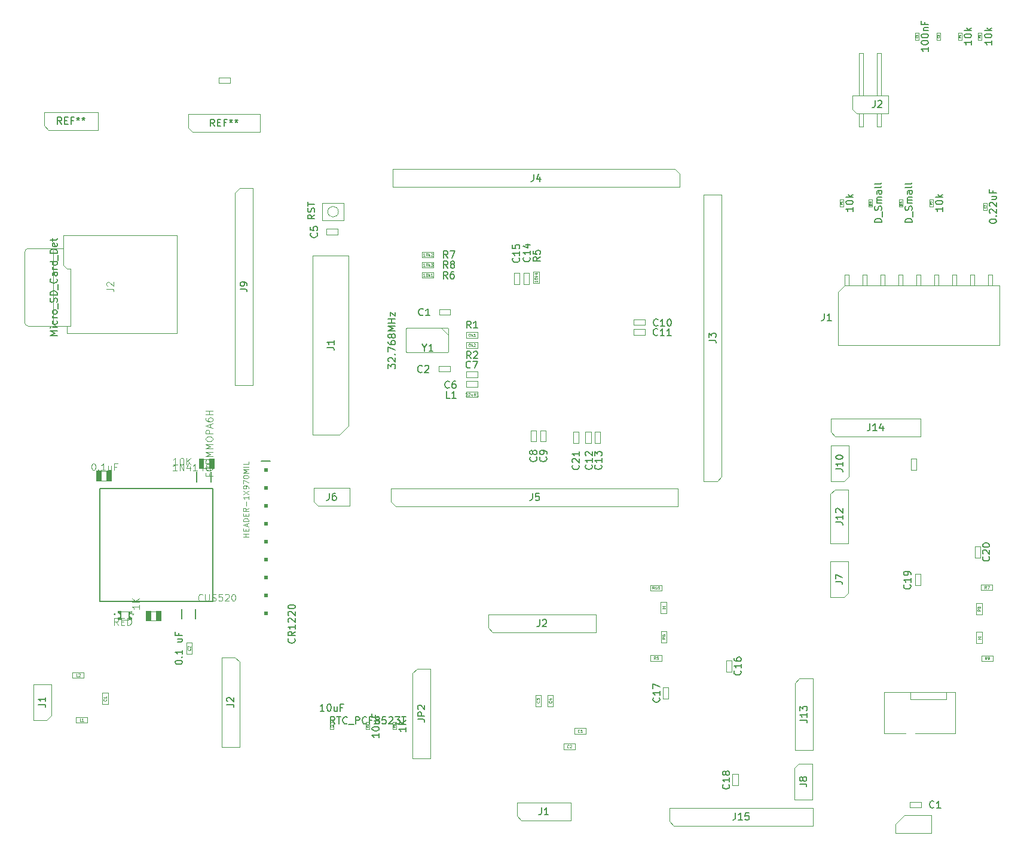
<source format=gbr>
G04 #@! TF.GenerationSoftware,KiCad,Pcbnew,5.0.1-33cea8e~68~ubuntu16.04.1*
G04 #@! TF.CreationDate,2018-10-29T00:19:41-07:00*
G04 #@! TF.ProjectId,integrated-board-design-2,696E74656772617465642D626F617264,rev?*
G04 #@! TF.SameCoordinates,Original*
G04 #@! TF.FileFunction,Other,Fab,Top*
%FSLAX46Y46*%
G04 Gerber Fmt 4.6, Leading zero omitted, Abs format (unit mm)*
G04 Created by KiCad (PCBNEW 5.0.1-33cea8e~68~ubuntu16.04.1) date Mon 29 Oct 2018 12:19:41 AM PDT*
%MOMM*%
%LPD*%
G01*
G04 APERTURE LIST*
%ADD10C,0.100000*%
%ADD11C,0.203200*%
%ADD12C,0.127000*%
%ADD13C,0.076200*%
%ADD14C,0.101600*%
%ADD15C,0.150000*%
%ADD16C,0.040000*%
%ADD17C,0.060000*%
%ADD18C,0.077216*%
%ADD19C,0.020320*%
%ADD20C,0.061772*%
%ADD21C,0.096520*%
%ADD22C,0.075000*%
G04 APERTURE END LIST*
D10*
G04 #@! TO.C,C1*
X185450000Y-146400000D02*
X185450000Y-145600000D01*
X187050000Y-146400000D02*
X185450000Y-146400000D01*
X187050000Y-145600000D02*
X187050000Y-146400000D01*
X185450000Y-145600000D02*
X187050000Y-145600000D01*
G04 #@! TO.C,*
X185554203Y-130073068D02*
X185554203Y-131073068D01*
X185554203Y-131073068D02*
X190654203Y-131073068D01*
X190654203Y-131073068D02*
X190654203Y-130073068D01*
X184904203Y-135873068D02*
X181804203Y-135873068D01*
X181804203Y-135873068D02*
X181804203Y-130073068D01*
X181804203Y-130073068D02*
X191854203Y-130073068D01*
X191854203Y-130073068D02*
X191904203Y-130073068D01*
X191904203Y-130073068D02*
X191904203Y-135873068D01*
X191904203Y-135873068D02*
X186254203Y-135873068D01*
G04 #@! TO.C,J2*
X66105440Y-69991760D02*
X65605440Y-69491760D01*
X66555440Y-69991760D02*
X66105440Y-69991760D01*
X66105440Y-79141760D02*
X66105440Y-78141760D01*
X65605440Y-65291760D02*
X65605440Y-69491760D01*
X64105440Y-77641760D02*
G75*
G03X64605440Y-78141760I500000J0D01*
G01*
X64605440Y-67141760D02*
G75*
G03X64105440Y-67641760I0J-500000D01*
G01*
X64105440Y-67641760D02*
X64105440Y-77641760D01*
X66555440Y-69991760D02*
X66555440Y-78141760D01*
X65605440Y-65291760D02*
X81655440Y-65291760D01*
X66105440Y-79141760D02*
X81655440Y-79141760D01*
X81655440Y-65291760D02*
X81655440Y-79141760D01*
X60105440Y-67641760D02*
X60105440Y-77641760D01*
X60105440Y-77641760D02*
G75*
G03X60605440Y-78141760I500000J0D01*
G01*
X60605440Y-67141760D02*
G75*
G03X60105440Y-67641760I0J-500000D01*
G01*
X60605440Y-78141760D02*
X66555440Y-78141760D01*
X65605440Y-67141760D02*
X60605440Y-67141760D01*
G04 #@! TO.C,J9*
X90511480Y-58574400D02*
X92416480Y-58574400D01*
X92416480Y-58574400D02*
X92416480Y-86514400D01*
X92416480Y-86514400D02*
X89876480Y-86514400D01*
X89876480Y-86514400D02*
X89876480Y-59209400D01*
X89876480Y-59209400D02*
X90511480Y-58574400D01*
G04 #@! TO.C,*
X184694203Y-147503068D02*
X188504203Y-147503068D01*
X188504203Y-147503068D02*
X188504203Y-150043068D01*
X188504203Y-150043068D02*
X183424203Y-150043068D01*
X183424203Y-150043068D02*
X183424203Y-148773068D01*
X183424203Y-148773068D02*
X184694203Y-147503068D01*
G04 #@! TO.C,JP2*
X115030080Y-127334560D02*
X115665080Y-126699560D01*
X115030080Y-139399560D02*
X115030080Y-127334560D01*
X117570080Y-139399560D02*
X115030080Y-139399560D01*
X117570080Y-126699560D02*
X117570080Y-139399560D01*
X115665080Y-126699560D02*
X117570080Y-126699560D01*
G04 #@! TO.C,C1*
X103850080Y-134304560D02*
X103850080Y-135304560D01*
X103350080Y-134304560D02*
X103850080Y-134304560D01*
X103350080Y-135304560D02*
X103350080Y-134304560D01*
X103850080Y-135304560D02*
X103350080Y-135304560D01*
G04 #@! TO.C,C2*
X108930080Y-135304560D02*
X108430080Y-135304560D01*
X108430080Y-135304560D02*
X108430080Y-134304560D01*
X108430080Y-134304560D02*
X108930080Y-134304560D01*
X108930080Y-134304560D02*
X108930080Y-135304560D01*
G04 #@! TO.C,R3*
X112740080Y-134304560D02*
X112740080Y-135304560D01*
X112240080Y-134304560D02*
X112740080Y-134304560D01*
X112240080Y-135304560D02*
X112240080Y-134304560D01*
X112740080Y-135304560D02*
X112240080Y-135304560D01*
G04 #@! TO.C,J2*
X181434160Y-45451700D02*
X181434160Y-39451700D01*
X180794160Y-39451700D02*
X181434160Y-39451700D01*
X180794160Y-45451700D02*
X180794160Y-39451700D01*
X181434160Y-49811700D02*
X181434160Y-47991700D01*
X180794160Y-49811700D02*
X181434160Y-49811700D01*
X180794160Y-49811700D02*
X180794160Y-47991700D01*
X178894160Y-45451700D02*
X178894160Y-39451700D01*
X178254160Y-39451700D02*
X178894160Y-39451700D01*
X178254160Y-45451700D02*
X178254160Y-39451700D01*
X178894160Y-49811700D02*
X178894160Y-47991700D01*
X178254160Y-49811700D02*
X178894160Y-49811700D01*
X178254160Y-49811700D02*
X178254160Y-47991700D01*
X177939160Y-47991700D02*
X177304160Y-47356700D01*
X182384160Y-47991700D02*
X177939160Y-47991700D01*
X182384160Y-45451700D02*
X182384160Y-47991700D01*
X177304160Y-45451700D02*
X182384160Y-45451700D01*
X177304160Y-47356700D02*
X177304160Y-45451700D01*
G04 #@! TO.C,C1*
X186698160Y-36545700D02*
X186698160Y-37545700D01*
X186198160Y-36545700D02*
X186698160Y-36545700D01*
X186198160Y-37545700D02*
X186198160Y-36545700D01*
X186698160Y-37545700D02*
X186198160Y-37545700D01*
G04 #@! TO.C,C2*
X189746160Y-37545700D02*
X189246160Y-37545700D01*
X189246160Y-37545700D02*
X189246160Y-36545700D01*
X189246160Y-36545700D02*
X189746160Y-36545700D01*
X189746160Y-36545700D02*
X189746160Y-37545700D01*
G04 #@! TO.C,C3*
X196350160Y-60675700D02*
X196350160Y-61675700D01*
X195850160Y-60675700D02*
X196350160Y-60675700D01*
X195850160Y-61675700D02*
X195850160Y-60675700D01*
X196350160Y-61675700D02*
X195850160Y-61675700D01*
G04 #@! TO.C,D1*
X184412160Y-60967700D02*
X183912160Y-60967700D01*
X184412160Y-61067700D02*
X183912160Y-61067700D01*
X184412160Y-60167700D02*
X184412160Y-61167700D01*
X183912160Y-60167700D02*
X184412160Y-60167700D01*
X183912160Y-61167700D02*
X183912160Y-60167700D01*
X184412160Y-61167700D02*
X183912160Y-61167700D01*
G04 #@! TO.C,D2*
X180094160Y-61167700D02*
X179594160Y-61167700D01*
X179594160Y-61167700D02*
X179594160Y-60167700D01*
X179594160Y-60167700D02*
X180094160Y-60167700D01*
X180094160Y-60167700D02*
X180094160Y-61167700D01*
X180094160Y-61067700D02*
X179594160Y-61067700D01*
X180094160Y-60967700D02*
X179594160Y-60967700D01*
G04 #@! TO.C,J1*
X197159161Y-70826699D02*
X196559161Y-70826699D01*
X197159161Y-72346699D02*
X197159161Y-70826699D01*
X196559161Y-70826699D02*
X196559161Y-72346699D01*
X194619161Y-70826699D02*
X194019161Y-70826699D01*
X194619161Y-72346699D02*
X194619161Y-70826699D01*
X194019161Y-70826699D02*
X194019161Y-72346699D01*
X192079161Y-70826699D02*
X191479161Y-70826699D01*
X192079161Y-72346699D02*
X192079161Y-70826699D01*
X191479161Y-70826699D02*
X191479161Y-72346699D01*
X189539161Y-70826699D02*
X188939161Y-70826699D01*
X189539161Y-72346699D02*
X189539161Y-70826699D01*
X188939161Y-70826699D02*
X188939161Y-72346699D01*
X186999161Y-70826699D02*
X186399161Y-70826699D01*
X186999161Y-72346699D02*
X186999161Y-70826699D01*
X186399161Y-70826699D02*
X186399161Y-72346699D01*
X184459161Y-70826699D02*
X183859161Y-70826699D01*
X184459161Y-72346699D02*
X184459161Y-70826699D01*
X183859161Y-70826699D02*
X183859161Y-72346699D01*
X181919161Y-70826699D02*
X181319161Y-70826699D01*
X181919161Y-72346699D02*
X181919161Y-70826699D01*
X181319161Y-70826699D02*
X181319161Y-72346699D01*
X179379161Y-70826699D02*
X178779161Y-70826699D01*
X179379161Y-72346699D02*
X179379161Y-70826699D01*
X178779161Y-70826699D02*
X178779161Y-72346699D01*
X176839161Y-70826699D02*
X176239161Y-70826699D01*
X176839161Y-72346699D02*
X176839161Y-70826699D01*
X176239161Y-70826699D02*
X176239161Y-72346699D01*
X198129161Y-80856699D02*
X175269161Y-80856699D01*
X198129161Y-72346699D02*
X198129161Y-80856699D01*
X176239161Y-72346699D02*
X198129161Y-72346699D01*
X175269161Y-73316699D02*
X176239161Y-72346699D01*
X175269161Y-80856699D02*
X175269161Y-73316699D01*
G04 #@! TO.C,R1*
X176030160Y-60167700D02*
X176030160Y-61167700D01*
X175530160Y-60167700D02*
X176030160Y-60167700D01*
X175530160Y-61167700D02*
X175530160Y-60167700D01*
X176030160Y-61167700D02*
X175530160Y-61167700D01*
G04 #@! TO.C,R2*
X195588160Y-36545700D02*
X195588160Y-37545700D01*
X195088160Y-36545700D02*
X195588160Y-36545700D01*
X195088160Y-37545700D02*
X195088160Y-36545700D01*
X195588160Y-37545700D02*
X195088160Y-37545700D01*
G04 #@! TO.C,R3*
X188730160Y-61167700D02*
X188230160Y-61167700D01*
X188230160Y-61167700D02*
X188230160Y-60167700D01*
X188230160Y-60167700D02*
X188730160Y-60167700D01*
X188730160Y-60167700D02*
X188730160Y-61167700D01*
G04 #@! TO.C,R4*
X192794160Y-37545700D02*
X192294160Y-37545700D01*
X192294160Y-37545700D02*
X192294160Y-36545700D01*
X192294160Y-36545700D02*
X192794160Y-36545700D01*
X192794160Y-36545700D02*
X192794160Y-37545700D01*
G04 #@! TO.C,C1*
X139550000Y-135150000D02*
X139550000Y-135950000D01*
X139550000Y-135950000D02*
X137950000Y-135950000D01*
X137950000Y-135950000D02*
X137950000Y-135150000D01*
X137950000Y-135150000D02*
X139550000Y-135150000D01*
G04 #@! TO.C,C2*
X138025000Y-138125000D02*
X136425000Y-138125000D01*
X138025000Y-137325000D02*
X138025000Y-138125000D01*
X136425000Y-137325000D02*
X138025000Y-137325000D01*
X136425000Y-138125000D02*
X136425000Y-137325000D01*
G04 #@! TO.C,C3*
X132425000Y-130425000D02*
X133225000Y-130425000D01*
X133225000Y-130425000D02*
X133225000Y-132025000D01*
X133225000Y-132025000D02*
X132425000Y-132025000D01*
X132425000Y-132025000D02*
X132425000Y-130425000D01*
G04 #@! TO.C,C4*
X134150000Y-132025000D02*
X134150000Y-130425000D01*
X134950000Y-132025000D02*
X134150000Y-132025000D01*
X134950000Y-130425000D02*
X134950000Y-132025000D01*
X134150000Y-130425000D02*
X134950000Y-130425000D01*
G04 #@! TO.C,J1*
X129798000Y-147594000D02*
X129798000Y-145689000D01*
X129798000Y-145689000D02*
X137418000Y-145689000D01*
X137418000Y-145689000D02*
X137418000Y-148229000D01*
X137418000Y-148229000D02*
X130433000Y-148229000D01*
X130433000Y-148229000D02*
X129798000Y-147594000D01*
G04 #@! TO.C,J2*
X125734000Y-120924000D02*
X125734000Y-119019000D01*
X125734000Y-119019000D02*
X140974000Y-119019000D01*
X140974000Y-119019000D02*
X140974000Y-121559000D01*
X140974000Y-121559000D02*
X126369000Y-121559000D01*
X126369000Y-121559000D02*
X125734000Y-120924000D01*
G04 #@! TO.C,REF\002A\002A*
X62855000Y-49685000D02*
X62855000Y-47780000D01*
X62855000Y-47780000D02*
X70475000Y-47780000D01*
X70475000Y-47780000D02*
X70475000Y-50320000D01*
X70475000Y-50320000D02*
X63490000Y-50320000D01*
X63490000Y-50320000D02*
X62855000Y-49685000D01*
X83230000Y-49985000D02*
X83230000Y-48080000D01*
X83230000Y-48080000D02*
X93390000Y-48080000D01*
X93390000Y-48080000D02*
X93390000Y-50620000D01*
X93390000Y-50620000D02*
X83865000Y-50620000D01*
X83865000Y-50620000D02*
X83230000Y-49985000D01*
D11*
G04 #@! TO.C,U1*
X86751015Y-101164309D02*
X86751015Y-117164309D01*
X70751015Y-101164309D02*
X86751015Y-101164309D01*
D12*
X70751015Y-117164309D02*
X70751015Y-101164309D01*
D11*
X86751015Y-117164309D02*
X70751015Y-117164309D01*
D10*
G04 #@! TO.C,LED1*
G36*
X75231015Y-118548309D02*
X75231015Y-118873309D01*
X75306015Y-118873309D01*
X75306015Y-118548309D01*
X75231015Y-118548309D01*
G37*
G36*
X74806015Y-118573309D02*
X74806015Y-118873309D01*
X75068015Y-118873309D01*
X75068015Y-118573309D01*
X74806015Y-118573309D01*
G37*
G36*
X73631015Y-118973309D02*
X73631015Y-119373309D01*
X73806015Y-119373309D01*
X73806015Y-118973309D01*
X73631015Y-118973309D01*
G37*
G36*
X73556015Y-118848309D02*
X73556015Y-118998309D01*
X73806015Y-118998309D01*
X73806015Y-118848309D01*
X73556015Y-118848309D01*
G37*
G36*
X73556015Y-119348309D02*
X73556015Y-119498309D01*
X73806015Y-119498309D01*
X73806015Y-119348309D01*
X73556015Y-119348309D01*
G37*
G36*
X73306015Y-118548309D02*
X73306015Y-118873309D01*
X73806015Y-118873309D01*
X73806015Y-118548309D01*
X73306015Y-118548309D01*
G37*
G36*
X73306015Y-119473309D02*
X73306015Y-119798309D01*
X73806015Y-119798309D01*
X73806015Y-119473309D01*
X73306015Y-119473309D01*
G37*
G36*
X74806015Y-118973309D02*
X74806015Y-119373309D01*
X74981015Y-119373309D01*
X74981015Y-118973309D01*
X74806015Y-118973309D01*
G37*
G36*
X74806015Y-119348309D02*
X74806015Y-119498309D01*
X75056015Y-119498309D01*
X75056015Y-119348309D01*
X74806015Y-119348309D01*
G37*
G36*
X74806015Y-118848309D02*
X74806015Y-118998309D01*
X75056015Y-118998309D01*
X75056015Y-118848309D01*
X74806015Y-118848309D01*
G37*
G36*
X74806015Y-119473309D02*
X74806015Y-119798309D01*
X75306015Y-119798309D01*
X75306015Y-119473309D01*
X74806015Y-119473309D01*
G37*
D13*
X75259015Y-118723309D02*
G75*
G03X75259015Y-118723309I-103000J0D01*
G01*
D14*
X73806015Y-118598309D02*
X75231015Y-118598309D01*
X74831015Y-119748309D02*
X73781015Y-119748309D01*
X73381017Y-119523309D02*
G75*
G03X73381015Y-118823309I-54201J350000D01*
G01*
X75231013Y-119523309D02*
G75*
G02X75231015Y-118823309I54201J350000D01*
G01*
D10*
G04 #@! TO.C,R1*
G36*
X78014415Y-118497409D02*
X77264315Y-118497409D01*
X77264315Y-119947509D01*
X78014415Y-119947509D01*
X78014415Y-118497409D01*
G37*
G36*
X79462215Y-118497409D02*
X78712115Y-118497409D01*
X78712115Y-119947509D01*
X79462215Y-119947509D01*
X79462215Y-118497409D01*
G37*
D14*
X78726015Y-118561309D02*
X77989015Y-118561309D01*
X78751015Y-119881309D02*
X77989015Y-119881309D01*
D10*
G04 #@! TO.C,C1*
G36*
X71005415Y-98661409D02*
X70255315Y-98661409D01*
X70255315Y-100111509D01*
X71005415Y-100111509D01*
X71005415Y-98661409D01*
G37*
G36*
X72453215Y-98661409D02*
X71703115Y-98661409D01*
X71703115Y-100111509D01*
X72453215Y-100111509D01*
X72453215Y-98661409D01*
G37*
D14*
X71717015Y-98725309D02*
X70980015Y-98725309D01*
X71742015Y-100045309D02*
X70980015Y-100045309D01*
D11*
G04 #@! TO.C,D1*
X86482015Y-98812309D02*
X86482015Y-100212309D01*
X84482015Y-100212309D02*
X84482015Y-98812309D01*
D10*
G04 #@! TO.C,R3*
G36*
X85507415Y-96907409D02*
X84757315Y-96907409D01*
X84757315Y-98357509D01*
X85507415Y-98357509D01*
X85507415Y-96907409D01*
G37*
G36*
X86955215Y-96907409D02*
X86205115Y-96907409D01*
X86205115Y-98357509D01*
X86955215Y-98357509D01*
X86955215Y-96907409D01*
G37*
D14*
X86219015Y-96971309D02*
X85482015Y-96971309D01*
X86244015Y-98291309D02*
X85482015Y-98291309D01*
D10*
G04 #@! TO.C,JP1*
G36*
X93991015Y-118562309D02*
X93991015Y-119070309D01*
X94499015Y-119070309D01*
X94499015Y-118562309D01*
X93991015Y-118562309D01*
G37*
G36*
X93991015Y-98242309D02*
X93991015Y-98750309D01*
X94499015Y-98750309D01*
X94499015Y-98242309D01*
X93991015Y-98242309D01*
G37*
G36*
X93991015Y-100782309D02*
X93991015Y-101290309D01*
X94499015Y-101290309D01*
X94499015Y-100782309D01*
X93991015Y-100782309D01*
G37*
G36*
X93991015Y-103322309D02*
X93991015Y-103830309D01*
X94499015Y-103830309D01*
X94499015Y-103322309D01*
X93991015Y-103322309D01*
G37*
G36*
X93991015Y-105862309D02*
X93991015Y-106370309D01*
X94499015Y-106370309D01*
X94499015Y-105862309D01*
X93991015Y-105862309D01*
G37*
G36*
X93991015Y-108402309D02*
X93991015Y-108910309D01*
X94499015Y-108910309D01*
X94499015Y-108402309D01*
X93991015Y-108402309D01*
G37*
G36*
X93991015Y-110942309D02*
X93991015Y-111450309D01*
X94499015Y-111450309D01*
X94499015Y-110942309D01*
X93991015Y-110942309D01*
G37*
G36*
X93991015Y-113482309D02*
X93991015Y-113990309D01*
X94499015Y-113990309D01*
X94499015Y-113482309D01*
X93991015Y-113482309D01*
G37*
G36*
X93991015Y-116022309D02*
X93991015Y-116530309D01*
X94499015Y-116530309D01*
X94499015Y-116022309D01*
X93991015Y-116022309D01*
G37*
D11*
X94880015Y-97226309D02*
X93610015Y-97226309D01*
G04 #@! TO.C,D2*
X84323015Y-118243309D02*
X84323015Y-119643309D01*
X82323015Y-119643309D02*
X82323015Y-118243309D01*
D10*
G04 #@! TO.C,L1*
X67362500Y-133575000D02*
X68962500Y-133575000D01*
X67362500Y-134375000D02*
X67362500Y-133575000D01*
X68962500Y-134375000D02*
X67362500Y-134375000D01*
X68962500Y-133575000D02*
X68962500Y-134375000D01*
G04 #@! TO.C,L2*
X66880000Y-127225000D02*
X68480000Y-127225000D01*
X66880000Y-128025000D02*
X66880000Y-127225000D01*
X68480000Y-128025000D02*
X66880000Y-128025000D01*
X68480000Y-127225000D02*
X68480000Y-128025000D01*
G04 #@! TO.C,C1*
X71890000Y-130152500D02*
X71890000Y-131752500D01*
X71090000Y-130152500D02*
X71890000Y-130152500D01*
X71090000Y-131752500D02*
X71090000Y-130152500D01*
X71890000Y-131752500D02*
X71090000Y-131752500D01*
G04 #@! TO.C,C2*
X83002500Y-124615000D02*
X83002500Y-123015000D01*
X83802500Y-124615000D02*
X83002500Y-124615000D01*
X83802500Y-123015000D02*
X83802500Y-124615000D01*
X83002500Y-123015000D02*
X83802500Y-123015000D01*
G04 #@! TO.C,J1*
X63235000Y-133975000D02*
X61330000Y-133975000D01*
X61330000Y-133975000D02*
X61330000Y-128895000D01*
X61330000Y-128895000D02*
X63870000Y-128895000D01*
X63870000Y-128895000D02*
X63870000Y-133340000D01*
X63870000Y-133340000D02*
X63235000Y-133975000D01*
G04 #@! TO.C,J2*
X88000000Y-125085000D02*
X89905000Y-125085000D01*
X89905000Y-125085000D02*
X90540000Y-125720000D01*
X90540000Y-125720000D02*
X90540000Y-137785000D01*
X90540000Y-137785000D02*
X88000000Y-137785000D01*
X88000000Y-137785000D02*
X88000000Y-125085000D01*
G04 #@! TO.C,REF\002A\002A*
X87600000Y-43675000D02*
X87600000Y-42875000D01*
X89200000Y-43675000D02*
X87600000Y-43675000D01*
X89200000Y-42875000D02*
X89200000Y-43675000D01*
X87600000Y-42875000D02*
X89200000Y-42875000D01*
G04 #@! TO.C,0k1*
X124252920Y-79011360D02*
X124252920Y-79811360D01*
X122652920Y-79011360D02*
X124252920Y-79011360D01*
X122652920Y-79811360D02*
X122652920Y-79011360D01*
X124252920Y-79811360D02*
X122652920Y-79811360D01*
G04 #@! TO.C,0k2*
X124263080Y-80438840D02*
X124263080Y-81238840D01*
X122663080Y-80438840D02*
X124263080Y-80438840D01*
X122663080Y-81238840D02*
X122663080Y-80438840D01*
X124263080Y-81238840D02*
X122663080Y-81238840D01*
G04 #@! TO.C,1uF1*
X122627520Y-86745560D02*
X122627520Y-85945560D01*
X124227520Y-86745560D02*
X122627520Y-86745560D01*
X124227520Y-85945560D02*
X124227520Y-86745560D01*
X122627520Y-85945560D02*
X124227520Y-85945560D01*
G04 #@! TO.C,1uF2*
X130733880Y-70584960D02*
X131533880Y-70584960D01*
X130733880Y-72184960D02*
X130733880Y-70584960D01*
X131533880Y-72184960D02*
X130733880Y-72184960D01*
X131533880Y-70584960D02*
X131533880Y-72184960D01*
G04 #@! TO.C,1uF3*
X132565120Y-94506520D02*
X131765120Y-94506520D01*
X132565120Y-92906520D02*
X132565120Y-94506520D01*
X131765120Y-92906520D02*
X132565120Y-92906520D01*
X131765120Y-94506520D02*
X131765120Y-92906520D01*
G04 #@! TO.C,1uF4*
X140307040Y-94689360D02*
X139507040Y-94689360D01*
X140307040Y-93089360D02*
X140307040Y-94689360D01*
X139507040Y-93089360D02*
X140307040Y-93089360D01*
X139507040Y-94689360D02*
X139507040Y-93089360D01*
G04 #@! TO.C,1uF5*
X147935880Y-77202880D02*
X147935880Y-78002880D01*
X146335880Y-77202880D02*
X147935880Y-77202880D01*
X146335880Y-78002880D02*
X146335880Y-77202880D01*
X147935880Y-78002880D02*
X146335880Y-78002880D01*
G04 #@! TO.C,4.7uF1*
X138569680Y-94694480D02*
X137769680Y-94694480D01*
X138569680Y-93094480D02*
X138569680Y-94694480D01*
X137769680Y-93094480D02*
X138569680Y-93094480D01*
X137769680Y-94694480D02*
X137769680Y-93094480D01*
G04 #@! TO.C,10k1*
X118014680Y-70502360D02*
X118014680Y-71302360D01*
X116414680Y-70502360D02*
X118014680Y-70502360D01*
X116414680Y-71302360D02*
X116414680Y-70502360D01*
X118014680Y-71302360D02*
X116414680Y-71302360D01*
G04 #@! TO.C,10k2*
X118014680Y-67601680D02*
X118014680Y-68401680D01*
X116414680Y-67601680D02*
X118014680Y-67601680D01*
X116414680Y-68401680D02*
X116414680Y-67601680D01*
X118014680Y-68401680D02*
X116414680Y-68401680D01*
G04 #@! TO.C,10k3*
X118014680Y-69044400D02*
X118014680Y-69844400D01*
X116414680Y-69044400D02*
X118014680Y-69044400D01*
X116414680Y-69844400D02*
X116414680Y-69044400D01*
X118014680Y-69844400D02*
X116414680Y-69844400D01*
G04 #@! TO.C,10k4*
X132951200Y-72034920D02*
X132151200Y-72034920D01*
X132951200Y-70434920D02*
X132951200Y-72034920D01*
X132151200Y-70434920D02*
X132951200Y-70434920D01*
X132151200Y-72034920D02*
X132151200Y-70434920D01*
G04 #@! TO.C,10nF1*
X122630060Y-85401900D02*
X122630060Y-84601900D01*
X124230060Y-85401900D02*
X122630060Y-85401900D01*
X124230060Y-84601900D02*
X124230060Y-85401900D01*
X122630060Y-84601900D02*
X124230060Y-84601900D01*
G04 #@! TO.C,22uH1*
X124247840Y-87444160D02*
X124247840Y-88244160D01*
X122647840Y-87444160D02*
X124247840Y-87444160D01*
X122647840Y-88244160D02*
X122647840Y-87444160D01*
X124247840Y-88244160D02*
X122647840Y-88244160D01*
G04 #@! TO.C,100nF1*
X104456120Y-64350480D02*
X104456120Y-65150480D01*
X102856120Y-64350480D02*
X104456120Y-64350480D01*
X102856120Y-65150480D02*
X102856120Y-64350480D01*
X104456120Y-65150480D02*
X102856120Y-65150480D01*
G04 #@! TO.C,100nF2*
X129377520Y-70584960D02*
X130177520Y-70584960D01*
X129377520Y-72184960D02*
X129377520Y-70584960D01*
X130177520Y-72184960D02*
X129377520Y-72184960D01*
X130177520Y-70584960D02*
X130177520Y-72184960D01*
G04 #@! TO.C,100nF3*
X133916400Y-94506520D02*
X133116400Y-94506520D01*
X133916400Y-92906520D02*
X133916400Y-94506520D01*
X133116400Y-92906520D02*
X133916400Y-92906520D01*
X133116400Y-94506520D02*
X133116400Y-92906520D01*
G04 #@! TO.C,100nF4*
X141632920Y-94689320D02*
X140832920Y-94689320D01*
X141632920Y-93089320D02*
X141632920Y-94689320D01*
X140832920Y-93089320D02*
X141632920Y-93089320D01*
X140832920Y-94689320D02*
X140832920Y-93089320D01*
G04 #@! TO.C,100nF5*
X147930800Y-78564320D02*
X147930800Y-79364320D01*
X146330800Y-78564320D02*
X147930800Y-78564320D01*
X146330800Y-79364320D02*
X146330800Y-78564320D01*
X147930800Y-79364320D02*
X146330800Y-79364320D01*
G04 #@! TO.C,C1*
X120392120Y-75724600D02*
X120392120Y-76524600D01*
X118792120Y-75724600D02*
X120392120Y-75724600D01*
X118792120Y-76524600D02*
X118792120Y-75724600D01*
X120392120Y-76524600D02*
X118792120Y-76524600D01*
G04 #@! TO.C,C2*
X120387040Y-83796720D02*
X120387040Y-84596720D01*
X118787040Y-83796720D02*
X120387040Y-83796720D01*
X118787040Y-84596720D02*
X118787040Y-83796720D01*
X120387040Y-84596720D02*
X118787040Y-84596720D01*
G04 #@! TO.C,J1*
X104733120Y-93518520D02*
X100923120Y-93518520D01*
X100923120Y-93518520D02*
X100923120Y-68118520D01*
X100923120Y-68118520D02*
X106003120Y-68118520D01*
X106003120Y-68118520D02*
X106003120Y-92248520D01*
X106003120Y-92248520D02*
X104733120Y-93518520D01*
G04 #@! TO.C,J3*
X158195040Y-100107280D02*
X156290040Y-100107280D01*
X156290040Y-100107280D02*
X156290040Y-59467280D01*
X156290040Y-59467280D02*
X158830040Y-59467280D01*
X158830040Y-59467280D02*
X158830040Y-99472280D01*
X158830040Y-99472280D02*
X158195040Y-100107280D01*
G04 #@! TO.C,J4*
X152845800Y-56531040D02*
X152845800Y-58436040D01*
X152845800Y-58436040D02*
X112205800Y-58436040D01*
X112205800Y-58436040D02*
X112205800Y-55896040D01*
X112205800Y-55896040D02*
X152210800Y-55896040D01*
X152210800Y-55896040D02*
X152845800Y-56531040D01*
G04 #@! TO.C,J5*
X112012760Y-103023200D02*
X112012760Y-101118200D01*
X112012760Y-101118200D02*
X152652760Y-101118200D01*
X152652760Y-101118200D02*
X152652760Y-103658200D01*
X152652760Y-103658200D02*
X112647760Y-103658200D01*
X112647760Y-103658200D02*
X112012760Y-103023200D01*
G04 #@! TO.C,J6*
X101024720Y-103007960D02*
X101024720Y-101102960D01*
X101024720Y-101102960D02*
X106104720Y-101102960D01*
X106104720Y-101102960D02*
X106104720Y-103642960D01*
X106104720Y-103642960D02*
X101659720Y-103642960D01*
X101659720Y-103642960D02*
X101024720Y-103007960D01*
G04 #@! TO.C,SW1*
X102278080Y-60665840D02*
X105278080Y-60665840D01*
X105278080Y-60665840D02*
X105278080Y-63165840D01*
X105278080Y-63165840D02*
X102278080Y-63165840D01*
X102278080Y-63165840D02*
X102278080Y-60665840D01*
X104528080Y-61915840D02*
G75*
G03X104528080Y-61915840I-750000J0D01*
G01*
G04 #@! TO.C,Y1*
X120023240Y-81872560D02*
X114223240Y-81872560D01*
X114223240Y-81872560D02*
X114123240Y-81772560D01*
X114123240Y-81772560D02*
X114123240Y-78472560D01*
X114123240Y-78472560D02*
X114223240Y-78372560D01*
X114223240Y-78372560D02*
X120023240Y-78372560D01*
X120023240Y-78372560D02*
X120123240Y-78472560D01*
X120123240Y-78472560D02*
X120123240Y-81772560D01*
X120123240Y-81772560D02*
X120023240Y-81872560D01*
X120123240Y-79372560D02*
X119123240Y-78372560D01*
G04 #@! TO.C,C16*
X159460780Y-125539540D02*
X160260780Y-125539540D01*
X159460780Y-127139540D02*
X159460780Y-125539540D01*
X160260780Y-127139540D02*
X159460780Y-127139540D01*
X160260780Y-125539540D02*
X160260780Y-127139540D01*
G04 #@! TO.C,C17*
X151274260Y-130972400D02*
X150474260Y-130972400D01*
X151274260Y-129372400D02*
X151274260Y-130972400D01*
X150474260Y-129372400D02*
X151274260Y-129372400D01*
X150474260Y-130972400D02*
X150474260Y-129372400D01*
G04 #@! TO.C,C18*
X161124380Y-143271080D02*
X160324380Y-143271080D01*
X161124380Y-141671080D02*
X161124380Y-143271080D01*
X160324380Y-141671080D02*
X161124380Y-141671080D01*
X160324380Y-143271080D02*
X160324380Y-141671080D01*
G04 #@! TO.C,C19*
X187027300Y-114873880D02*
X186227300Y-114873880D01*
X187027300Y-113273880D02*
X187027300Y-114873880D01*
X186227300Y-113273880D02*
X187027300Y-113273880D01*
X186227300Y-114873880D02*
X186227300Y-113273880D01*
G04 #@! TO.C,C20*
X194660100Y-109367360D02*
X195460100Y-109367360D01*
X194660100Y-110967360D02*
X194660100Y-109367360D01*
X195460100Y-110967360D02*
X194660100Y-110967360D01*
X195460100Y-109367360D02*
X195460100Y-110967360D01*
G04 #@! TO.C,C21*
X185617700Y-96931480D02*
X186417700Y-96931480D01*
X185617700Y-98531480D02*
X185617700Y-96931480D01*
X186417700Y-98531480D02*
X185617700Y-98531480D01*
X186417700Y-96931480D02*
X186417700Y-98531480D01*
G04 #@! TO.C,J10*
X176152340Y-100124200D02*
X174247340Y-100124200D01*
X174247340Y-100124200D02*
X174247340Y-95044200D01*
X174247340Y-95044200D02*
X176787340Y-95044200D01*
X176787340Y-95044200D02*
X176787340Y-99489200D01*
X176787340Y-99489200D02*
X176152340Y-100124200D01*
G04 #@! TO.C,R5*
X148730420Y-125594000D02*
X148730420Y-124794000D01*
X150330420Y-125594000D02*
X148730420Y-125594000D01*
X150330420Y-124794000D02*
X150330420Y-125594000D01*
X148730420Y-124794000D02*
X150330420Y-124794000D01*
G04 #@! TO.C,R6*
X151010100Y-122974120D02*
X150210100Y-122974120D01*
X151010100Y-121374120D02*
X151010100Y-122974120D01*
X150210100Y-121374120D02*
X151010100Y-121374120D01*
X150210100Y-122974120D02*
X150210100Y-121374120D01*
G04 #@! TO.C,R7*
X197162940Y-114761000D02*
X197162940Y-115561000D01*
X195562940Y-114761000D02*
X197162940Y-114761000D01*
X195562940Y-115561000D02*
X195562940Y-114761000D01*
X197162940Y-115561000D02*
X195562940Y-115561000D01*
G04 #@! TO.C,R8*
X194893780Y-117388680D02*
X195693780Y-117388680D01*
X194893780Y-118988680D02*
X194893780Y-117388680D01*
X195693780Y-118988680D02*
X194893780Y-118988680D01*
X195693780Y-117388680D02*
X195693780Y-118988680D01*
G04 #@! TO.C,J7*
X176111700Y-116573240D02*
X174206700Y-116573240D01*
X174206700Y-116573240D02*
X174206700Y-111493240D01*
X174206700Y-111493240D02*
X176746700Y-111493240D01*
X176746700Y-111493240D02*
X176746700Y-115938240D01*
X176746700Y-115938240D02*
X176111700Y-116573240D01*
G04 #@! TO.C,J8*
X169756620Y-140174920D02*
X171661620Y-140174920D01*
X171661620Y-140174920D02*
X171661620Y-145254920D01*
X171661620Y-145254920D02*
X169121620Y-145254920D01*
X169121620Y-145254920D02*
X169121620Y-140809920D01*
X169121620Y-140809920D02*
X169756620Y-140174920D01*
G04 #@! TO.C,D4*
X195098860Y-122473000D02*
X195498860Y-122473000D01*
X195298860Y-122423000D02*
X195098860Y-122123000D01*
X195498860Y-122123000D02*
X195298860Y-122423000D01*
X195098860Y-122123000D02*
X195498860Y-122123000D01*
X195698860Y-121473000D02*
X195698860Y-123073000D01*
X194898860Y-121473000D02*
X195698860Y-121473000D01*
X194898860Y-123073000D02*
X194898860Y-121473000D01*
X194898860Y-123073000D02*
X195698860Y-123073000D01*
G04 #@! TO.C,D5*
X150797400Y-117861680D02*
X150397400Y-117861680D01*
X150597400Y-117911680D02*
X150797400Y-118211680D01*
X150397400Y-118211680D02*
X150597400Y-117911680D01*
X150797400Y-118211680D02*
X150397400Y-118211680D01*
X150197400Y-118861680D02*
X150197400Y-117261680D01*
X150997400Y-118861680D02*
X150197400Y-118861680D01*
X150997400Y-117261680D02*
X150997400Y-118861680D01*
X150997400Y-117261680D02*
X150197400Y-117261680D01*
G04 #@! TO.C,R9*
X197196140Y-124834640D02*
X197196140Y-125634640D01*
X195596140Y-124834640D02*
X197196140Y-124834640D01*
X195596140Y-125634640D02*
X195596140Y-124834640D01*
X197196140Y-125634640D02*
X195596140Y-125634640D01*
G04 #@! TO.C,R10*
X148694860Y-115637200D02*
X148694860Y-114837200D01*
X150294860Y-115637200D02*
X148694860Y-115637200D01*
X150294860Y-114837200D02*
X150294860Y-115637200D01*
X148694860Y-114837200D02*
X150294860Y-114837200D01*
G04 #@! TO.C,J13*
X169832820Y-128104840D02*
X171737820Y-128104840D01*
X171737820Y-128104840D02*
X171737820Y-138264840D01*
X171737820Y-138264840D02*
X169197820Y-138264840D01*
X169197820Y-138264840D02*
X169197820Y-128739840D01*
X169197820Y-128739840D02*
X169832820Y-128104840D01*
G04 #@! TO.C,J14*
X174262580Y-93151900D02*
X174262580Y-91246900D01*
X174262580Y-91246900D02*
X186962580Y-91246900D01*
X186962580Y-91246900D02*
X186962580Y-93786900D01*
X186962580Y-93786900D02*
X174897580Y-93786900D01*
X174897580Y-93786900D02*
X174262580Y-93151900D01*
G04 #@! TO.C,J12*
X174859480Y-101318000D02*
X176764480Y-101318000D01*
X176764480Y-101318000D02*
X176764480Y-108938000D01*
X176764480Y-108938000D02*
X174224480Y-108938000D01*
X174224480Y-108938000D02*
X174224480Y-101953000D01*
X174224480Y-101953000D02*
X174859480Y-101318000D01*
G04 #@! TO.C,J15*
X151402580Y-148320700D02*
X151402580Y-146415700D01*
X151402580Y-146415700D02*
X171722580Y-146415700D01*
X171722580Y-146415700D02*
X171722580Y-148955700D01*
X171722580Y-148955700D02*
X152037580Y-148955700D01*
X152037580Y-148955700D02*
X151402580Y-148320700D01*
G04 #@! TD*
G04 #@! TO.C,C1*
D15*
X188883333Y-146357142D02*
X188835714Y-146404761D01*
X188692857Y-146452380D01*
X188597619Y-146452380D01*
X188454761Y-146404761D01*
X188359523Y-146309523D01*
X188311904Y-146214285D01*
X188264285Y-146023809D01*
X188264285Y-145880952D01*
X188311904Y-145690476D01*
X188359523Y-145595238D01*
X188454761Y-145500000D01*
X188597619Y-145452380D01*
X188692857Y-145452380D01*
X188835714Y-145500000D01*
X188883333Y-145547619D01*
X189835714Y-146452380D02*
X189264285Y-146452380D01*
X189550000Y-146452380D02*
X189550000Y-145452380D01*
X189454761Y-145595238D01*
X189359523Y-145690476D01*
X189264285Y-145738095D01*
G04 #@! TO.C,*
G04 #@! TO.C,J2*
X64707820Y-79451283D02*
X63707820Y-79451283D01*
X64422106Y-79117950D01*
X63707820Y-78784617D01*
X64707820Y-78784617D01*
X64707820Y-78308426D02*
X64041154Y-78308426D01*
X63707820Y-78308426D02*
X63755440Y-78356045D01*
X63803059Y-78308426D01*
X63755440Y-78260807D01*
X63707820Y-78308426D01*
X63803059Y-78308426D01*
X64660201Y-77403664D02*
X64707820Y-77498902D01*
X64707820Y-77689379D01*
X64660201Y-77784617D01*
X64612582Y-77832236D01*
X64517344Y-77879855D01*
X64231630Y-77879855D01*
X64136392Y-77832236D01*
X64088773Y-77784617D01*
X64041154Y-77689379D01*
X64041154Y-77498902D01*
X64088773Y-77403664D01*
X64707820Y-76975093D02*
X64041154Y-76975093D01*
X64231630Y-76975093D02*
X64136392Y-76927474D01*
X64088773Y-76879855D01*
X64041154Y-76784617D01*
X64041154Y-76689379D01*
X64707820Y-76213188D02*
X64660201Y-76308426D01*
X64612582Y-76356045D01*
X64517344Y-76403664D01*
X64231630Y-76403664D01*
X64136392Y-76356045D01*
X64088773Y-76308426D01*
X64041154Y-76213188D01*
X64041154Y-76070331D01*
X64088773Y-75975093D01*
X64136392Y-75927474D01*
X64231630Y-75879855D01*
X64517344Y-75879855D01*
X64612582Y-75927474D01*
X64660201Y-75975093D01*
X64707820Y-76070331D01*
X64707820Y-76213188D01*
X64803059Y-75689379D02*
X64803059Y-74927474D01*
X64660201Y-74736998D02*
X64707820Y-74594140D01*
X64707820Y-74356045D01*
X64660201Y-74260807D01*
X64612582Y-74213188D01*
X64517344Y-74165569D01*
X64422106Y-74165569D01*
X64326868Y-74213188D01*
X64279249Y-74260807D01*
X64231630Y-74356045D01*
X64184011Y-74546521D01*
X64136392Y-74641760D01*
X64088773Y-74689379D01*
X63993535Y-74736998D01*
X63898297Y-74736998D01*
X63803059Y-74689379D01*
X63755440Y-74641760D01*
X63707820Y-74546521D01*
X63707820Y-74308426D01*
X63755440Y-74165569D01*
X64707820Y-73736998D02*
X63707820Y-73736998D01*
X63707820Y-73498902D01*
X63755440Y-73356045D01*
X63850678Y-73260807D01*
X63945916Y-73213188D01*
X64136392Y-73165569D01*
X64279249Y-73165569D01*
X64469725Y-73213188D01*
X64564963Y-73260807D01*
X64660201Y-73356045D01*
X64707820Y-73498902D01*
X64707820Y-73736998D01*
X64803059Y-72975093D02*
X64803059Y-72213188D01*
X64612582Y-71403664D02*
X64660201Y-71451283D01*
X64707820Y-71594140D01*
X64707820Y-71689379D01*
X64660201Y-71832236D01*
X64564963Y-71927474D01*
X64469725Y-71975093D01*
X64279249Y-72022712D01*
X64136392Y-72022712D01*
X63945916Y-71975093D01*
X63850678Y-71927474D01*
X63755440Y-71832236D01*
X63707820Y-71689379D01*
X63707820Y-71594140D01*
X63755440Y-71451283D01*
X63803059Y-71403664D01*
X64707820Y-70546521D02*
X64184011Y-70546521D01*
X64088773Y-70594140D01*
X64041154Y-70689379D01*
X64041154Y-70879855D01*
X64088773Y-70975093D01*
X64660201Y-70546521D02*
X64707820Y-70641760D01*
X64707820Y-70879855D01*
X64660201Y-70975093D01*
X64564963Y-71022712D01*
X64469725Y-71022712D01*
X64374487Y-70975093D01*
X64326868Y-70879855D01*
X64326868Y-70641760D01*
X64279249Y-70546521D01*
X64707820Y-70070331D02*
X64041154Y-70070331D01*
X64231630Y-70070331D02*
X64136392Y-70022712D01*
X64088773Y-69975093D01*
X64041154Y-69879855D01*
X64041154Y-69784617D01*
X64707820Y-69022712D02*
X63707820Y-69022712D01*
X64660201Y-69022712D02*
X64707820Y-69117950D01*
X64707820Y-69308426D01*
X64660201Y-69403664D01*
X64612582Y-69451283D01*
X64517344Y-69498902D01*
X64231630Y-69498902D01*
X64136392Y-69451283D01*
X64088773Y-69403664D01*
X64041154Y-69308426D01*
X64041154Y-69117950D01*
X64088773Y-69022712D01*
X64803059Y-68784617D02*
X64803059Y-68022712D01*
X64707820Y-67784617D02*
X63707820Y-67784617D01*
X63707820Y-67546521D01*
X63755440Y-67403664D01*
X63850678Y-67308426D01*
X63945916Y-67260807D01*
X64136392Y-67213188D01*
X64279249Y-67213188D01*
X64469725Y-67260807D01*
X64564963Y-67308426D01*
X64660201Y-67403664D01*
X64707820Y-67546521D01*
X64707820Y-67784617D01*
X64660201Y-66403664D02*
X64707820Y-66498902D01*
X64707820Y-66689379D01*
X64660201Y-66784617D01*
X64564963Y-66832236D01*
X64184011Y-66832236D01*
X64088773Y-66784617D01*
X64041154Y-66689379D01*
X64041154Y-66498902D01*
X64088773Y-66403664D01*
X64184011Y-66356045D01*
X64279249Y-66356045D01*
X64374487Y-66832236D01*
X64041154Y-66070331D02*
X64041154Y-65689379D01*
X63707820Y-65927474D02*
X64564963Y-65927474D01*
X64660201Y-65879855D01*
X64707820Y-65784617D01*
X64707820Y-65689379D01*
D10*
X71707820Y-72875093D02*
X72422106Y-72875093D01*
X72564963Y-72922712D01*
X72660201Y-73017950D01*
X72707820Y-73160807D01*
X72707820Y-73256045D01*
X71803059Y-72446521D02*
X71755440Y-72398902D01*
X71707820Y-72303664D01*
X71707820Y-72065569D01*
X71755440Y-71970331D01*
X71803059Y-71922712D01*
X71898297Y-71875093D01*
X71993535Y-71875093D01*
X72136392Y-71922712D01*
X72707820Y-72494140D01*
X72707820Y-71875093D01*
G04 #@! TO.C,J9*
D15*
X90598860Y-72877733D02*
X91313146Y-72877733D01*
X91456003Y-72925352D01*
X91551241Y-73020590D01*
X91598860Y-73163447D01*
X91598860Y-73258685D01*
X91598860Y-72353923D02*
X91598860Y-72163447D01*
X91551241Y-72068209D01*
X91503622Y-72020590D01*
X91360765Y-71925352D01*
X91170289Y-71877733D01*
X90789337Y-71877733D01*
X90694099Y-71925352D01*
X90646480Y-71972971D01*
X90598860Y-72068209D01*
X90598860Y-72258685D01*
X90646480Y-72353923D01*
X90694099Y-72401542D01*
X90789337Y-72449161D01*
X91027432Y-72449161D01*
X91122670Y-72401542D01*
X91170289Y-72353923D01*
X91217908Y-72258685D01*
X91217908Y-72068209D01*
X91170289Y-71972971D01*
X91122670Y-71925352D01*
X91027432Y-71877733D01*
G04 #@! TO.C,*
G04 #@! TO.C,IC1*
X104013413Y-134524060D02*
X103680080Y-134047870D01*
X103441984Y-134524060D02*
X103441984Y-133524060D01*
X103822937Y-133524060D01*
X103918175Y-133571680D01*
X103965794Y-133619299D01*
X104013413Y-133714537D01*
X104013413Y-133857394D01*
X103965794Y-133952632D01*
X103918175Y-134000251D01*
X103822937Y-134047870D01*
X103441984Y-134047870D01*
X104299127Y-133524060D02*
X104870556Y-133524060D01*
X104584841Y-134524060D02*
X104584841Y-133524060D01*
X105775318Y-134428822D02*
X105727699Y-134476441D01*
X105584841Y-134524060D01*
X105489603Y-134524060D01*
X105346746Y-134476441D01*
X105251508Y-134381203D01*
X105203889Y-134285965D01*
X105156270Y-134095489D01*
X105156270Y-133952632D01*
X105203889Y-133762156D01*
X105251508Y-133666918D01*
X105346746Y-133571680D01*
X105489603Y-133524060D01*
X105584841Y-133524060D01*
X105727699Y-133571680D01*
X105775318Y-133619299D01*
X105965794Y-134619299D02*
X106727699Y-134619299D01*
X106965794Y-134524060D02*
X106965794Y-133524060D01*
X107346746Y-133524060D01*
X107441984Y-133571680D01*
X107489603Y-133619299D01*
X107537222Y-133714537D01*
X107537222Y-133857394D01*
X107489603Y-133952632D01*
X107441984Y-134000251D01*
X107346746Y-134047870D01*
X106965794Y-134047870D01*
X108537222Y-134428822D02*
X108489603Y-134476441D01*
X108346746Y-134524060D01*
X108251508Y-134524060D01*
X108108651Y-134476441D01*
X108013413Y-134381203D01*
X107965794Y-134285965D01*
X107918175Y-134095489D01*
X107918175Y-133952632D01*
X107965794Y-133762156D01*
X108013413Y-133666918D01*
X108108651Y-133571680D01*
X108251508Y-133524060D01*
X108346746Y-133524060D01*
X108489603Y-133571680D01*
X108537222Y-133619299D01*
X109299127Y-134000251D02*
X108965794Y-134000251D01*
X108965794Y-134524060D02*
X108965794Y-133524060D01*
X109441984Y-133524060D01*
X109965794Y-133952632D02*
X109870556Y-133905013D01*
X109822937Y-133857394D01*
X109775318Y-133762156D01*
X109775318Y-133714537D01*
X109822937Y-133619299D01*
X109870556Y-133571680D01*
X109965794Y-133524060D01*
X110156270Y-133524060D01*
X110251508Y-133571680D01*
X110299127Y-133619299D01*
X110346746Y-133714537D01*
X110346746Y-133762156D01*
X110299127Y-133857394D01*
X110251508Y-133905013D01*
X110156270Y-133952632D01*
X109965794Y-133952632D01*
X109870556Y-134000251D01*
X109822937Y-134047870D01*
X109775318Y-134143108D01*
X109775318Y-134333584D01*
X109822937Y-134428822D01*
X109870556Y-134476441D01*
X109965794Y-134524060D01*
X110156270Y-134524060D01*
X110251508Y-134476441D01*
X110299127Y-134428822D01*
X110346746Y-134333584D01*
X110346746Y-134143108D01*
X110299127Y-134047870D01*
X110251508Y-134000251D01*
X110156270Y-133952632D01*
X111251508Y-133524060D02*
X110775318Y-133524060D01*
X110727699Y-134000251D01*
X110775318Y-133952632D01*
X110870556Y-133905013D01*
X111108651Y-133905013D01*
X111203889Y-133952632D01*
X111251508Y-134000251D01*
X111299127Y-134095489D01*
X111299127Y-134333584D01*
X111251508Y-134428822D01*
X111203889Y-134476441D01*
X111108651Y-134524060D01*
X110870556Y-134524060D01*
X110775318Y-134476441D01*
X110727699Y-134428822D01*
X111680080Y-133619299D02*
X111727699Y-133571680D01*
X111822937Y-133524060D01*
X112061032Y-133524060D01*
X112156270Y-133571680D01*
X112203889Y-133619299D01*
X112251508Y-133714537D01*
X112251508Y-133809775D01*
X112203889Y-133952632D01*
X111632460Y-134524060D01*
X112251508Y-134524060D01*
X112584841Y-133524060D02*
X113203889Y-133524060D01*
X112870556Y-133905013D01*
X113013413Y-133905013D01*
X113108651Y-133952632D01*
X113156270Y-134000251D01*
X113203889Y-134095489D01*
X113203889Y-134333584D01*
X113156270Y-134428822D01*
X113108651Y-134476441D01*
X113013413Y-134524060D01*
X112727699Y-134524060D01*
X112632460Y-134476441D01*
X112584841Y-134428822D01*
X113489603Y-133524060D02*
X114061032Y-133524060D01*
X113775318Y-134524060D02*
X113775318Y-133524060D01*
G04 #@! TO.C,JP2*
X115752460Y-133882893D02*
X116466746Y-133882893D01*
X116609603Y-133930512D01*
X116704841Y-134025750D01*
X116752460Y-134168607D01*
X116752460Y-134263845D01*
X116752460Y-133406702D02*
X115752460Y-133406702D01*
X115752460Y-133025750D01*
X115800080Y-132930512D01*
X115847699Y-132882893D01*
X115942937Y-132835274D01*
X116085794Y-132835274D01*
X116181032Y-132882893D01*
X116228651Y-132930512D01*
X116276270Y-133025750D01*
X116276270Y-133406702D01*
X115847699Y-132454321D02*
X115800080Y-132406702D01*
X115752460Y-132311464D01*
X115752460Y-132073369D01*
X115800080Y-131978131D01*
X115847699Y-131930512D01*
X115942937Y-131882893D01*
X116038175Y-131882893D01*
X116181032Y-131930512D01*
X116752460Y-132501940D01*
X116752460Y-131882893D01*
G04 #@! TO.C,C1*
X102528651Y-132716940D02*
X101957222Y-132716940D01*
X102242937Y-132716940D02*
X102242937Y-131716940D01*
X102147699Y-131859798D01*
X102052460Y-131955036D01*
X101957222Y-132002655D01*
X103147699Y-131716940D02*
X103242937Y-131716940D01*
X103338175Y-131764560D01*
X103385794Y-131812179D01*
X103433413Y-131907417D01*
X103481032Y-132097893D01*
X103481032Y-132335988D01*
X103433413Y-132526464D01*
X103385794Y-132621702D01*
X103338175Y-132669321D01*
X103242937Y-132716940D01*
X103147699Y-132716940D01*
X103052460Y-132669321D01*
X103004841Y-132621702D01*
X102957222Y-132526464D01*
X102909603Y-132335988D01*
X102909603Y-132097893D01*
X102957222Y-131907417D01*
X103004841Y-131812179D01*
X103052460Y-131764560D01*
X103147699Y-131716940D01*
X104338175Y-132050274D02*
X104338175Y-132716940D01*
X103909603Y-132050274D02*
X103909603Y-132574083D01*
X103957222Y-132669321D01*
X104052460Y-132716940D01*
X104195318Y-132716940D01*
X104290556Y-132669321D01*
X104338175Y-132621702D01*
X105147699Y-132193131D02*
X104814365Y-132193131D01*
X104814365Y-132716940D02*
X104814365Y-131716940D01*
X105290556Y-131716940D01*
D16*
X103558413Y-134893845D02*
X103546508Y-134905750D01*
X103510794Y-134917655D01*
X103486984Y-134917655D01*
X103451270Y-134905750D01*
X103427460Y-134881940D01*
X103415556Y-134858131D01*
X103403651Y-134810512D01*
X103403651Y-134774798D01*
X103415556Y-134727179D01*
X103427460Y-134703369D01*
X103451270Y-134679560D01*
X103486984Y-134667655D01*
X103510794Y-134667655D01*
X103546508Y-134679560D01*
X103558413Y-134691464D01*
X103796508Y-134917655D02*
X103653651Y-134917655D01*
X103725080Y-134917655D02*
X103725080Y-134667655D01*
X103701270Y-134703369D01*
X103677460Y-134727179D01*
X103653651Y-134739083D01*
G04 #@! TO.C,C2*
D15*
X110302460Y-135875988D02*
X110302460Y-136447417D01*
X110302460Y-136161702D02*
X109302460Y-136161702D01*
X109445318Y-136256940D01*
X109540556Y-136352179D01*
X109588175Y-136447417D01*
X109302460Y-135256940D02*
X109302460Y-135161702D01*
X109350080Y-135066464D01*
X109397699Y-135018845D01*
X109492937Y-134971226D01*
X109683413Y-134923607D01*
X109921508Y-134923607D01*
X110111984Y-134971226D01*
X110207222Y-135018845D01*
X110254841Y-135066464D01*
X110302460Y-135161702D01*
X110302460Y-135256940D01*
X110254841Y-135352179D01*
X110207222Y-135399798D01*
X110111984Y-135447417D01*
X109921508Y-135495036D01*
X109683413Y-135495036D01*
X109492937Y-135447417D01*
X109397699Y-135399798D01*
X109350080Y-135352179D01*
X109302460Y-135256940D01*
X109635794Y-134066464D02*
X110302460Y-134066464D01*
X109635794Y-134495036D02*
X110159603Y-134495036D01*
X110254841Y-134447417D01*
X110302460Y-134352179D01*
X110302460Y-134209321D01*
X110254841Y-134114083D01*
X110207222Y-134066464D01*
X109778651Y-133256940D02*
X109778651Y-133590274D01*
X110302460Y-133590274D02*
X109302460Y-133590274D01*
X109302460Y-133114083D01*
D16*
X108769365Y-134846226D02*
X108781270Y-134858131D01*
X108793175Y-134893845D01*
X108793175Y-134917655D01*
X108781270Y-134953369D01*
X108757460Y-134977179D01*
X108733651Y-134989083D01*
X108686032Y-135000988D01*
X108650318Y-135000988D01*
X108602699Y-134989083D01*
X108578889Y-134977179D01*
X108555080Y-134953369D01*
X108543175Y-134917655D01*
X108543175Y-134893845D01*
X108555080Y-134858131D01*
X108566984Y-134846226D01*
X108566984Y-134750988D02*
X108555080Y-134739083D01*
X108543175Y-134715274D01*
X108543175Y-134655750D01*
X108555080Y-134631940D01*
X108566984Y-134620036D01*
X108590794Y-134608131D01*
X108614603Y-134608131D01*
X108650318Y-134620036D01*
X108793175Y-134762893D01*
X108793175Y-134608131D01*
G04 #@! TO.C,R3*
D15*
X114112460Y-135018845D02*
X114112460Y-135590274D01*
X114112460Y-135304560D02*
X113112460Y-135304560D01*
X113255318Y-135399798D01*
X113350556Y-135495036D01*
X113398175Y-135590274D01*
X114112460Y-134590274D02*
X113112460Y-134590274D01*
X114112460Y-134018845D02*
X113541032Y-134447417D01*
X113112460Y-134018845D02*
X113683889Y-134590274D01*
D16*
X112603175Y-134846226D02*
X112484127Y-134929560D01*
X112603175Y-134989083D02*
X112353175Y-134989083D01*
X112353175Y-134893845D01*
X112365080Y-134870036D01*
X112376984Y-134858131D01*
X112400794Y-134846226D01*
X112436508Y-134846226D01*
X112460318Y-134858131D01*
X112472222Y-134870036D01*
X112484127Y-134893845D01*
X112484127Y-134989083D01*
X112353175Y-134762893D02*
X112353175Y-134608131D01*
X112448413Y-134691464D01*
X112448413Y-134655750D01*
X112460318Y-134631940D01*
X112472222Y-134620036D01*
X112496032Y-134608131D01*
X112555556Y-134608131D01*
X112579365Y-134620036D01*
X112591270Y-134631940D01*
X112603175Y-134655750D01*
X112603175Y-134727179D01*
X112591270Y-134750988D01*
X112579365Y-134762893D01*
G04 #@! TO.C,B1*
D15*
X98307222Y-122444798D02*
X98354841Y-122492417D01*
X98402460Y-122635274D01*
X98402460Y-122730512D01*
X98354841Y-122873369D01*
X98259603Y-122968607D01*
X98164365Y-123016226D01*
X97973889Y-123063845D01*
X97831032Y-123063845D01*
X97640556Y-123016226D01*
X97545318Y-122968607D01*
X97450080Y-122873369D01*
X97402460Y-122730512D01*
X97402460Y-122635274D01*
X97450080Y-122492417D01*
X97497699Y-122444798D01*
X98402460Y-121444798D02*
X97926270Y-121778131D01*
X98402460Y-122016226D02*
X97402460Y-122016226D01*
X97402460Y-121635274D01*
X97450080Y-121540036D01*
X97497699Y-121492417D01*
X97592937Y-121444798D01*
X97735794Y-121444798D01*
X97831032Y-121492417D01*
X97878651Y-121540036D01*
X97926270Y-121635274D01*
X97926270Y-122016226D01*
X98402460Y-120492417D02*
X98402460Y-121063845D01*
X98402460Y-120778131D02*
X97402460Y-120778131D01*
X97545318Y-120873369D01*
X97640556Y-120968607D01*
X97688175Y-121063845D01*
X97497699Y-120111464D02*
X97450080Y-120063845D01*
X97402460Y-119968607D01*
X97402460Y-119730512D01*
X97450080Y-119635274D01*
X97497699Y-119587655D01*
X97592937Y-119540036D01*
X97688175Y-119540036D01*
X97831032Y-119587655D01*
X98402460Y-120159083D01*
X98402460Y-119540036D01*
X97497699Y-119159083D02*
X97450080Y-119111464D01*
X97402460Y-119016226D01*
X97402460Y-118778131D01*
X97450080Y-118682893D01*
X97497699Y-118635274D01*
X97592937Y-118587655D01*
X97688175Y-118587655D01*
X97831032Y-118635274D01*
X98402460Y-119206702D01*
X98402460Y-118587655D01*
X97402460Y-117968607D02*
X97402460Y-117873369D01*
X97450080Y-117778131D01*
X97497699Y-117730512D01*
X97592937Y-117682893D01*
X97783413Y-117635274D01*
X98021508Y-117635274D01*
X98211984Y-117682893D01*
X98307222Y-117730512D01*
X98354841Y-117778131D01*
X98402460Y-117873369D01*
X98402460Y-117968607D01*
X98354841Y-118063845D01*
X98307222Y-118111464D01*
X98211984Y-118159083D01*
X98021508Y-118206702D01*
X97783413Y-118206702D01*
X97592937Y-118159083D01*
X97497699Y-118111464D01*
X97450080Y-118063845D01*
X97402460Y-117968607D01*
G04 #@! TO.C,J2*
X180526826Y-46150080D02*
X180526826Y-46864366D01*
X180479207Y-47007223D01*
X180383969Y-47102461D01*
X180241112Y-47150080D01*
X180145874Y-47150080D01*
X180955398Y-46245319D02*
X181003017Y-46197700D01*
X181098255Y-46150080D01*
X181336350Y-46150080D01*
X181431588Y-46197700D01*
X181479207Y-46245319D01*
X181526826Y-46340557D01*
X181526826Y-46435795D01*
X181479207Y-46578652D01*
X180907779Y-47150080D01*
X181526826Y-47150080D01*
G04 #@! TO.C,C1*
X188070540Y-38593319D02*
X188070540Y-39164747D01*
X188070540Y-38879033D02*
X187070540Y-38879033D01*
X187213398Y-38974271D01*
X187308636Y-39069509D01*
X187356255Y-39164747D01*
X187070540Y-37974271D02*
X187070540Y-37879033D01*
X187118160Y-37783795D01*
X187165779Y-37736176D01*
X187261017Y-37688557D01*
X187451493Y-37640938D01*
X187689588Y-37640938D01*
X187880064Y-37688557D01*
X187975302Y-37736176D01*
X188022921Y-37783795D01*
X188070540Y-37879033D01*
X188070540Y-37974271D01*
X188022921Y-38069509D01*
X187975302Y-38117128D01*
X187880064Y-38164747D01*
X187689588Y-38212366D01*
X187451493Y-38212366D01*
X187261017Y-38164747D01*
X187165779Y-38117128D01*
X187118160Y-38069509D01*
X187070540Y-37974271D01*
X187070540Y-37021890D02*
X187070540Y-36926652D01*
X187118160Y-36831414D01*
X187165779Y-36783795D01*
X187261017Y-36736176D01*
X187451493Y-36688557D01*
X187689588Y-36688557D01*
X187880064Y-36736176D01*
X187975302Y-36783795D01*
X188022921Y-36831414D01*
X188070540Y-36926652D01*
X188070540Y-37021890D01*
X188022921Y-37117128D01*
X187975302Y-37164747D01*
X187880064Y-37212366D01*
X187689588Y-37259985D01*
X187451493Y-37259985D01*
X187261017Y-37212366D01*
X187165779Y-37164747D01*
X187118160Y-37117128D01*
X187070540Y-37021890D01*
X187403874Y-36259985D02*
X188070540Y-36259985D01*
X187499112Y-36259985D02*
X187451493Y-36212366D01*
X187403874Y-36117128D01*
X187403874Y-35974271D01*
X187451493Y-35879033D01*
X187546731Y-35831414D01*
X188070540Y-35831414D01*
X187546731Y-35021890D02*
X187546731Y-35355223D01*
X188070540Y-35355223D02*
X187070540Y-35355223D01*
X187070540Y-34879033D01*
D16*
X186537445Y-37087366D02*
X186549350Y-37099271D01*
X186561255Y-37134985D01*
X186561255Y-37158795D01*
X186549350Y-37194509D01*
X186525540Y-37218319D01*
X186501731Y-37230223D01*
X186454112Y-37242128D01*
X186418398Y-37242128D01*
X186370779Y-37230223D01*
X186346969Y-37218319D01*
X186323160Y-37194509D01*
X186311255Y-37158795D01*
X186311255Y-37134985D01*
X186323160Y-37099271D01*
X186335064Y-37087366D01*
X186561255Y-36849271D02*
X186561255Y-36992128D01*
X186561255Y-36920700D02*
X186311255Y-36920700D01*
X186346969Y-36944509D01*
X186370779Y-36968319D01*
X186382683Y-36992128D01*
G04 #@! TO.C,C2*
X189585445Y-37087366D02*
X189597350Y-37099271D01*
X189609255Y-37134985D01*
X189609255Y-37158795D01*
X189597350Y-37194509D01*
X189573540Y-37218319D01*
X189549731Y-37230223D01*
X189502112Y-37242128D01*
X189466398Y-37242128D01*
X189418779Y-37230223D01*
X189394969Y-37218319D01*
X189371160Y-37194509D01*
X189359255Y-37158795D01*
X189359255Y-37134985D01*
X189371160Y-37099271D01*
X189383064Y-37087366D01*
X189383064Y-36992128D02*
X189371160Y-36980223D01*
X189359255Y-36956414D01*
X189359255Y-36896890D01*
X189371160Y-36873080D01*
X189383064Y-36861176D01*
X189406874Y-36849271D01*
X189430683Y-36849271D01*
X189466398Y-36861176D01*
X189609255Y-37004033D01*
X189609255Y-36849271D01*
G04 #@! TO.C,C3*
D15*
X196722540Y-63294747D02*
X196722540Y-63199509D01*
X196770160Y-63104271D01*
X196817779Y-63056652D01*
X196913017Y-63009033D01*
X197103493Y-62961414D01*
X197341588Y-62961414D01*
X197532064Y-63009033D01*
X197627302Y-63056652D01*
X197674921Y-63104271D01*
X197722540Y-63199509D01*
X197722540Y-63294747D01*
X197674921Y-63389985D01*
X197627302Y-63437604D01*
X197532064Y-63485223D01*
X197341588Y-63532842D01*
X197103493Y-63532842D01*
X196913017Y-63485223D01*
X196817779Y-63437604D01*
X196770160Y-63389985D01*
X196722540Y-63294747D01*
X197627302Y-62532842D02*
X197674921Y-62485223D01*
X197722540Y-62532842D01*
X197674921Y-62580461D01*
X197627302Y-62532842D01*
X197722540Y-62532842D01*
X196817779Y-62104271D02*
X196770160Y-62056652D01*
X196722540Y-61961414D01*
X196722540Y-61723319D01*
X196770160Y-61628080D01*
X196817779Y-61580461D01*
X196913017Y-61532842D01*
X197008255Y-61532842D01*
X197151112Y-61580461D01*
X197722540Y-62151890D01*
X197722540Y-61532842D01*
X196817779Y-61151890D02*
X196770160Y-61104271D01*
X196722540Y-61009033D01*
X196722540Y-60770938D01*
X196770160Y-60675700D01*
X196817779Y-60628080D01*
X196913017Y-60580461D01*
X197008255Y-60580461D01*
X197151112Y-60628080D01*
X197722540Y-61199509D01*
X197722540Y-60580461D01*
X197055874Y-59723319D02*
X197722540Y-59723319D01*
X197055874Y-60151890D02*
X197579683Y-60151890D01*
X197674921Y-60104271D01*
X197722540Y-60009033D01*
X197722540Y-59866176D01*
X197674921Y-59770938D01*
X197627302Y-59723319D01*
X197198731Y-58913795D02*
X197198731Y-59247128D01*
X197722540Y-59247128D02*
X196722540Y-59247128D01*
X196722540Y-58770938D01*
D16*
X196189445Y-61217366D02*
X196201350Y-61229271D01*
X196213255Y-61264985D01*
X196213255Y-61288795D01*
X196201350Y-61324509D01*
X196177540Y-61348319D01*
X196153731Y-61360223D01*
X196106112Y-61372128D01*
X196070398Y-61372128D01*
X196022779Y-61360223D01*
X195998969Y-61348319D01*
X195975160Y-61324509D01*
X195963255Y-61288795D01*
X195963255Y-61264985D01*
X195975160Y-61229271D01*
X195987064Y-61217366D01*
X195963255Y-61134033D02*
X195963255Y-60979271D01*
X196058493Y-61062604D01*
X196058493Y-61026890D01*
X196070398Y-61003080D01*
X196082302Y-60991176D01*
X196106112Y-60979271D01*
X196165636Y-60979271D01*
X196189445Y-60991176D01*
X196201350Y-61003080D01*
X196213255Y-61026890D01*
X196213255Y-61098319D01*
X196201350Y-61122128D01*
X196189445Y-61134033D01*
G04 #@! TO.C,D1*
D15*
X185784540Y-63429604D02*
X184784540Y-63429604D01*
X184784540Y-63191509D01*
X184832160Y-63048652D01*
X184927398Y-62953414D01*
X185022636Y-62905795D01*
X185213112Y-62858176D01*
X185355969Y-62858176D01*
X185546445Y-62905795D01*
X185641683Y-62953414D01*
X185736921Y-63048652D01*
X185784540Y-63191509D01*
X185784540Y-63429604D01*
X185879779Y-62667700D02*
X185879779Y-61905795D01*
X185736921Y-61715319D02*
X185784540Y-61572461D01*
X185784540Y-61334366D01*
X185736921Y-61239128D01*
X185689302Y-61191509D01*
X185594064Y-61143890D01*
X185498826Y-61143890D01*
X185403588Y-61191509D01*
X185355969Y-61239128D01*
X185308350Y-61334366D01*
X185260731Y-61524842D01*
X185213112Y-61620080D01*
X185165493Y-61667700D01*
X185070255Y-61715319D01*
X184975017Y-61715319D01*
X184879779Y-61667700D01*
X184832160Y-61620080D01*
X184784540Y-61524842D01*
X184784540Y-61286747D01*
X184832160Y-61143890D01*
X185784540Y-60715319D02*
X185117874Y-60715319D01*
X185213112Y-60715319D02*
X185165493Y-60667700D01*
X185117874Y-60572461D01*
X185117874Y-60429604D01*
X185165493Y-60334366D01*
X185260731Y-60286747D01*
X185784540Y-60286747D01*
X185260731Y-60286747D02*
X185165493Y-60239128D01*
X185117874Y-60143890D01*
X185117874Y-60001033D01*
X185165493Y-59905795D01*
X185260731Y-59858176D01*
X185784540Y-59858176D01*
X185784540Y-58953414D02*
X185260731Y-58953414D01*
X185165493Y-59001033D01*
X185117874Y-59096271D01*
X185117874Y-59286747D01*
X185165493Y-59381985D01*
X185736921Y-58953414D02*
X185784540Y-59048652D01*
X185784540Y-59286747D01*
X185736921Y-59381985D01*
X185641683Y-59429604D01*
X185546445Y-59429604D01*
X185451207Y-59381985D01*
X185403588Y-59286747D01*
X185403588Y-59048652D01*
X185355969Y-58953414D01*
X185784540Y-58334366D02*
X185736921Y-58429604D01*
X185641683Y-58477223D01*
X184784540Y-58477223D01*
X185784540Y-57810557D02*
X185736921Y-57905795D01*
X185641683Y-57953414D01*
X184784540Y-57953414D01*
D16*
X184275255Y-60852223D02*
X184025255Y-60852223D01*
X184025255Y-60792700D01*
X184037160Y-60756985D01*
X184060969Y-60733176D01*
X184084779Y-60721271D01*
X184132398Y-60709366D01*
X184168112Y-60709366D01*
X184215731Y-60721271D01*
X184239540Y-60733176D01*
X184263350Y-60756985D01*
X184275255Y-60792700D01*
X184275255Y-60852223D01*
X184275255Y-60471271D02*
X184275255Y-60614128D01*
X184275255Y-60542700D02*
X184025255Y-60542700D01*
X184060969Y-60566509D01*
X184084779Y-60590319D01*
X184096683Y-60614128D01*
G04 #@! TO.C,D2*
D15*
X181466540Y-63429604D02*
X180466540Y-63429604D01*
X180466540Y-63191509D01*
X180514160Y-63048652D01*
X180609398Y-62953414D01*
X180704636Y-62905795D01*
X180895112Y-62858176D01*
X181037969Y-62858176D01*
X181228445Y-62905795D01*
X181323683Y-62953414D01*
X181418921Y-63048652D01*
X181466540Y-63191509D01*
X181466540Y-63429604D01*
X181561779Y-62667700D02*
X181561779Y-61905795D01*
X181418921Y-61715319D02*
X181466540Y-61572461D01*
X181466540Y-61334366D01*
X181418921Y-61239128D01*
X181371302Y-61191509D01*
X181276064Y-61143890D01*
X181180826Y-61143890D01*
X181085588Y-61191509D01*
X181037969Y-61239128D01*
X180990350Y-61334366D01*
X180942731Y-61524842D01*
X180895112Y-61620080D01*
X180847493Y-61667700D01*
X180752255Y-61715319D01*
X180657017Y-61715319D01*
X180561779Y-61667700D01*
X180514160Y-61620080D01*
X180466540Y-61524842D01*
X180466540Y-61286747D01*
X180514160Y-61143890D01*
X181466540Y-60715319D02*
X180799874Y-60715319D01*
X180895112Y-60715319D02*
X180847493Y-60667700D01*
X180799874Y-60572461D01*
X180799874Y-60429604D01*
X180847493Y-60334366D01*
X180942731Y-60286747D01*
X181466540Y-60286747D01*
X180942731Y-60286747D02*
X180847493Y-60239128D01*
X180799874Y-60143890D01*
X180799874Y-60001033D01*
X180847493Y-59905795D01*
X180942731Y-59858176D01*
X181466540Y-59858176D01*
X181466540Y-58953414D02*
X180942731Y-58953414D01*
X180847493Y-59001033D01*
X180799874Y-59096271D01*
X180799874Y-59286747D01*
X180847493Y-59381985D01*
X181418921Y-58953414D02*
X181466540Y-59048652D01*
X181466540Y-59286747D01*
X181418921Y-59381985D01*
X181323683Y-59429604D01*
X181228445Y-59429604D01*
X181133207Y-59381985D01*
X181085588Y-59286747D01*
X181085588Y-59048652D01*
X181037969Y-58953414D01*
X181466540Y-58334366D02*
X181418921Y-58429604D01*
X181323683Y-58477223D01*
X180466540Y-58477223D01*
X181466540Y-57810557D02*
X181418921Y-57905795D01*
X181323683Y-57953414D01*
X180466540Y-57953414D01*
D16*
X179957255Y-60852223D02*
X179707255Y-60852223D01*
X179707255Y-60792700D01*
X179719160Y-60756985D01*
X179742969Y-60733176D01*
X179766779Y-60721271D01*
X179814398Y-60709366D01*
X179850112Y-60709366D01*
X179897731Y-60721271D01*
X179921540Y-60733176D01*
X179945350Y-60756985D01*
X179957255Y-60792700D01*
X179957255Y-60852223D01*
X179731064Y-60614128D02*
X179719160Y-60602223D01*
X179707255Y-60578414D01*
X179707255Y-60518890D01*
X179719160Y-60495080D01*
X179731064Y-60483176D01*
X179754874Y-60471271D01*
X179778683Y-60471271D01*
X179814398Y-60483176D01*
X179957255Y-60626033D01*
X179957255Y-60471271D01*
G04 #@! TO.C,J1*
D15*
X173341666Y-76352380D02*
X173341666Y-77066666D01*
X173294047Y-77209523D01*
X173198809Y-77304761D01*
X173055952Y-77352380D01*
X172960714Y-77352380D01*
X174341666Y-77352380D02*
X173770238Y-77352380D01*
X174055952Y-77352380D02*
X174055952Y-76352380D01*
X173960714Y-76495238D01*
X173865476Y-76590476D01*
X173770238Y-76638095D01*
G04 #@! TO.C,R1*
X177402540Y-61262938D02*
X177402540Y-61834366D01*
X177402540Y-61548652D02*
X176402540Y-61548652D01*
X176545398Y-61643890D01*
X176640636Y-61739128D01*
X176688255Y-61834366D01*
X176402540Y-60643890D02*
X176402540Y-60548652D01*
X176450160Y-60453414D01*
X176497779Y-60405795D01*
X176593017Y-60358176D01*
X176783493Y-60310557D01*
X177021588Y-60310557D01*
X177212064Y-60358176D01*
X177307302Y-60405795D01*
X177354921Y-60453414D01*
X177402540Y-60548652D01*
X177402540Y-60643890D01*
X177354921Y-60739128D01*
X177307302Y-60786747D01*
X177212064Y-60834366D01*
X177021588Y-60881985D01*
X176783493Y-60881985D01*
X176593017Y-60834366D01*
X176497779Y-60786747D01*
X176450160Y-60739128D01*
X176402540Y-60643890D01*
X177402540Y-59881985D02*
X176402540Y-59881985D01*
X177021588Y-59786747D02*
X177402540Y-59501033D01*
X176735874Y-59501033D02*
X177116826Y-59881985D01*
D16*
X175893255Y-60709366D02*
X175774207Y-60792700D01*
X175893255Y-60852223D02*
X175643255Y-60852223D01*
X175643255Y-60756985D01*
X175655160Y-60733176D01*
X175667064Y-60721271D01*
X175690874Y-60709366D01*
X175726588Y-60709366D01*
X175750398Y-60721271D01*
X175762302Y-60733176D01*
X175774207Y-60756985D01*
X175774207Y-60852223D01*
X175893255Y-60471271D02*
X175893255Y-60614128D01*
X175893255Y-60542700D02*
X175643255Y-60542700D01*
X175678969Y-60566509D01*
X175702779Y-60590319D01*
X175714683Y-60614128D01*
G04 #@! TO.C,R2*
D15*
X197060540Y-37640938D02*
X197060540Y-38212366D01*
X197060540Y-37926652D02*
X196060540Y-37926652D01*
X196203398Y-38021890D01*
X196298636Y-38117128D01*
X196346255Y-38212366D01*
X196060540Y-37021890D02*
X196060540Y-36926652D01*
X196108160Y-36831414D01*
X196155779Y-36783795D01*
X196251017Y-36736176D01*
X196441493Y-36688557D01*
X196679588Y-36688557D01*
X196870064Y-36736176D01*
X196965302Y-36783795D01*
X197012921Y-36831414D01*
X197060540Y-36926652D01*
X197060540Y-37021890D01*
X197012921Y-37117128D01*
X196965302Y-37164747D01*
X196870064Y-37212366D01*
X196679588Y-37259985D01*
X196441493Y-37259985D01*
X196251017Y-37212366D01*
X196155779Y-37164747D01*
X196108160Y-37117128D01*
X196060540Y-37021890D01*
X197060540Y-36259985D02*
X196060540Y-36259985D01*
X196679588Y-36164747D02*
X197060540Y-35879033D01*
X196393874Y-35879033D02*
X196774826Y-36259985D01*
D16*
X195451255Y-37087366D02*
X195332207Y-37170700D01*
X195451255Y-37230223D02*
X195201255Y-37230223D01*
X195201255Y-37134985D01*
X195213160Y-37111176D01*
X195225064Y-37099271D01*
X195248874Y-37087366D01*
X195284588Y-37087366D01*
X195308398Y-37099271D01*
X195320302Y-37111176D01*
X195332207Y-37134985D01*
X195332207Y-37230223D01*
X195225064Y-36992128D02*
X195213160Y-36980223D01*
X195201255Y-36956414D01*
X195201255Y-36896890D01*
X195213160Y-36873080D01*
X195225064Y-36861176D01*
X195248874Y-36849271D01*
X195272683Y-36849271D01*
X195308398Y-36861176D01*
X195451255Y-37004033D01*
X195451255Y-36849271D01*
G04 #@! TO.C,R3*
D15*
X190102540Y-61262938D02*
X190102540Y-61834366D01*
X190102540Y-61548652D02*
X189102540Y-61548652D01*
X189245398Y-61643890D01*
X189340636Y-61739128D01*
X189388255Y-61834366D01*
X189102540Y-60643890D02*
X189102540Y-60548652D01*
X189150160Y-60453414D01*
X189197779Y-60405795D01*
X189293017Y-60358176D01*
X189483493Y-60310557D01*
X189721588Y-60310557D01*
X189912064Y-60358176D01*
X190007302Y-60405795D01*
X190054921Y-60453414D01*
X190102540Y-60548652D01*
X190102540Y-60643890D01*
X190054921Y-60739128D01*
X190007302Y-60786747D01*
X189912064Y-60834366D01*
X189721588Y-60881985D01*
X189483493Y-60881985D01*
X189293017Y-60834366D01*
X189197779Y-60786747D01*
X189150160Y-60739128D01*
X189102540Y-60643890D01*
X190102540Y-59881985D02*
X189102540Y-59881985D01*
X189721588Y-59786747D02*
X190102540Y-59501033D01*
X189435874Y-59501033D02*
X189816826Y-59881985D01*
D16*
X188593255Y-60709366D02*
X188474207Y-60792700D01*
X188593255Y-60852223D02*
X188343255Y-60852223D01*
X188343255Y-60756985D01*
X188355160Y-60733176D01*
X188367064Y-60721271D01*
X188390874Y-60709366D01*
X188426588Y-60709366D01*
X188450398Y-60721271D01*
X188462302Y-60733176D01*
X188474207Y-60756985D01*
X188474207Y-60852223D01*
X188343255Y-60626033D02*
X188343255Y-60471271D01*
X188438493Y-60554604D01*
X188438493Y-60518890D01*
X188450398Y-60495080D01*
X188462302Y-60483176D01*
X188486112Y-60471271D01*
X188545636Y-60471271D01*
X188569445Y-60483176D01*
X188581350Y-60495080D01*
X188593255Y-60518890D01*
X188593255Y-60590319D01*
X188581350Y-60614128D01*
X188569445Y-60626033D01*
G04 #@! TO.C,R4*
D15*
X194166540Y-37640938D02*
X194166540Y-38212366D01*
X194166540Y-37926652D02*
X193166540Y-37926652D01*
X193309398Y-38021890D01*
X193404636Y-38117128D01*
X193452255Y-38212366D01*
X193166540Y-37021890D02*
X193166540Y-36926652D01*
X193214160Y-36831414D01*
X193261779Y-36783795D01*
X193357017Y-36736176D01*
X193547493Y-36688557D01*
X193785588Y-36688557D01*
X193976064Y-36736176D01*
X194071302Y-36783795D01*
X194118921Y-36831414D01*
X194166540Y-36926652D01*
X194166540Y-37021890D01*
X194118921Y-37117128D01*
X194071302Y-37164747D01*
X193976064Y-37212366D01*
X193785588Y-37259985D01*
X193547493Y-37259985D01*
X193357017Y-37212366D01*
X193261779Y-37164747D01*
X193214160Y-37117128D01*
X193166540Y-37021890D01*
X194166540Y-36259985D02*
X193166540Y-36259985D01*
X193785588Y-36164747D02*
X194166540Y-35879033D01*
X193499874Y-35879033D02*
X193880826Y-36259985D01*
D16*
X192657255Y-37087366D02*
X192538207Y-37170700D01*
X192657255Y-37230223D02*
X192407255Y-37230223D01*
X192407255Y-37134985D01*
X192419160Y-37111176D01*
X192431064Y-37099271D01*
X192454874Y-37087366D01*
X192490588Y-37087366D01*
X192514398Y-37099271D01*
X192526302Y-37111176D01*
X192538207Y-37134985D01*
X192538207Y-37230223D01*
X192490588Y-36873080D02*
X192657255Y-36873080D01*
X192395350Y-36932604D02*
X192573921Y-36992128D01*
X192573921Y-36837366D01*
G04 #@! TO.C,C1*
D17*
X138683333Y-135692857D02*
X138664285Y-135711904D01*
X138607142Y-135730952D01*
X138569047Y-135730952D01*
X138511904Y-135711904D01*
X138473809Y-135673809D01*
X138454761Y-135635714D01*
X138435714Y-135559523D01*
X138435714Y-135502380D01*
X138454761Y-135426190D01*
X138473809Y-135388095D01*
X138511904Y-135350000D01*
X138569047Y-135330952D01*
X138607142Y-135330952D01*
X138664285Y-135350000D01*
X138683333Y-135369047D01*
X139064285Y-135730952D02*
X138835714Y-135730952D01*
X138950000Y-135730952D02*
X138950000Y-135330952D01*
X138911904Y-135388095D01*
X138873809Y-135426190D01*
X138835714Y-135445238D01*
G04 #@! TO.C,C2*
X137158333Y-137867857D02*
X137139285Y-137886904D01*
X137082142Y-137905952D01*
X137044047Y-137905952D01*
X136986904Y-137886904D01*
X136948809Y-137848809D01*
X136929761Y-137810714D01*
X136910714Y-137734523D01*
X136910714Y-137677380D01*
X136929761Y-137601190D01*
X136948809Y-137563095D01*
X136986904Y-137525000D01*
X137044047Y-137505952D01*
X137082142Y-137505952D01*
X137139285Y-137525000D01*
X137158333Y-137544047D01*
X137310714Y-137544047D02*
X137329761Y-137525000D01*
X137367857Y-137505952D01*
X137463095Y-137505952D01*
X137501190Y-137525000D01*
X137520238Y-137544047D01*
X137539285Y-137582142D01*
X137539285Y-137620238D01*
X137520238Y-137677380D01*
X137291666Y-137905952D01*
X137539285Y-137905952D01*
G04 #@! TO.C,C3*
X132967857Y-131291666D02*
X132986904Y-131310714D01*
X133005952Y-131367857D01*
X133005952Y-131405952D01*
X132986904Y-131463095D01*
X132948809Y-131501190D01*
X132910714Y-131520238D01*
X132834523Y-131539285D01*
X132777380Y-131539285D01*
X132701190Y-131520238D01*
X132663095Y-131501190D01*
X132625000Y-131463095D01*
X132605952Y-131405952D01*
X132605952Y-131367857D01*
X132625000Y-131310714D01*
X132644047Y-131291666D01*
X132605952Y-131158333D02*
X132605952Y-130910714D01*
X132758333Y-131044047D01*
X132758333Y-130986904D01*
X132777380Y-130948809D01*
X132796428Y-130929761D01*
X132834523Y-130910714D01*
X132929761Y-130910714D01*
X132967857Y-130929761D01*
X132986904Y-130948809D01*
X133005952Y-130986904D01*
X133005952Y-131101190D01*
X132986904Y-131139285D01*
X132967857Y-131158333D01*
G04 #@! TO.C,C4*
X134692857Y-131291666D02*
X134711904Y-131310714D01*
X134730952Y-131367857D01*
X134730952Y-131405952D01*
X134711904Y-131463095D01*
X134673809Y-131501190D01*
X134635714Y-131520238D01*
X134559523Y-131539285D01*
X134502380Y-131539285D01*
X134426190Y-131520238D01*
X134388095Y-131501190D01*
X134350000Y-131463095D01*
X134330952Y-131405952D01*
X134330952Y-131367857D01*
X134350000Y-131310714D01*
X134369047Y-131291666D01*
X134464285Y-130948809D02*
X134730952Y-130948809D01*
X134311904Y-131044047D02*
X134597619Y-131139285D01*
X134597619Y-130891666D01*
G04 #@! TO.C,J1*
D15*
X133274666Y-146411380D02*
X133274666Y-147125666D01*
X133227047Y-147268523D01*
X133131809Y-147363761D01*
X132988952Y-147411380D01*
X132893714Y-147411380D01*
X134274666Y-147411380D02*
X133703238Y-147411380D01*
X133988952Y-147411380D02*
X133988952Y-146411380D01*
X133893714Y-146554238D01*
X133798476Y-146649476D01*
X133703238Y-146697095D01*
G04 #@! TO.C,J2*
X133020666Y-119741380D02*
X133020666Y-120455666D01*
X132973047Y-120598523D01*
X132877809Y-120693761D01*
X132734952Y-120741380D01*
X132639714Y-120741380D01*
X133449238Y-119836619D02*
X133496857Y-119789000D01*
X133592095Y-119741380D01*
X133830190Y-119741380D01*
X133925428Y-119789000D01*
X133973047Y-119836619D01*
X134020666Y-119931857D01*
X134020666Y-120027095D01*
X133973047Y-120169952D01*
X133401619Y-120741380D01*
X134020666Y-120741380D01*
G04 #@! TO.C,REF\002A\002A*
X65331666Y-49502380D02*
X64998333Y-49026190D01*
X64760238Y-49502380D02*
X64760238Y-48502380D01*
X65141190Y-48502380D01*
X65236428Y-48550000D01*
X65284047Y-48597619D01*
X65331666Y-48692857D01*
X65331666Y-48835714D01*
X65284047Y-48930952D01*
X65236428Y-48978571D01*
X65141190Y-49026190D01*
X64760238Y-49026190D01*
X65760238Y-48978571D02*
X66093571Y-48978571D01*
X66236428Y-49502380D02*
X65760238Y-49502380D01*
X65760238Y-48502380D01*
X66236428Y-48502380D01*
X66998333Y-48978571D02*
X66665000Y-48978571D01*
X66665000Y-49502380D02*
X66665000Y-48502380D01*
X67141190Y-48502380D01*
X67665000Y-48502380D02*
X67665000Y-48740476D01*
X67426904Y-48645238D02*
X67665000Y-48740476D01*
X67903095Y-48645238D01*
X67522142Y-48930952D02*
X67665000Y-48740476D01*
X67807857Y-48930952D01*
X68426904Y-48502380D02*
X68426904Y-48740476D01*
X68188809Y-48645238D02*
X68426904Y-48740476D01*
X68665000Y-48645238D01*
X68284047Y-48930952D02*
X68426904Y-48740476D01*
X68569761Y-48930952D01*
X86976666Y-49802380D02*
X86643333Y-49326190D01*
X86405238Y-49802380D02*
X86405238Y-48802380D01*
X86786190Y-48802380D01*
X86881428Y-48850000D01*
X86929047Y-48897619D01*
X86976666Y-48992857D01*
X86976666Y-49135714D01*
X86929047Y-49230952D01*
X86881428Y-49278571D01*
X86786190Y-49326190D01*
X86405238Y-49326190D01*
X87405238Y-49278571D02*
X87738571Y-49278571D01*
X87881428Y-49802380D02*
X87405238Y-49802380D01*
X87405238Y-48802380D01*
X87881428Y-48802380D01*
X88643333Y-49278571D02*
X88310000Y-49278571D01*
X88310000Y-49802380D02*
X88310000Y-48802380D01*
X88786190Y-48802380D01*
X89310000Y-48802380D02*
X89310000Y-49040476D01*
X89071904Y-48945238D02*
X89310000Y-49040476D01*
X89548095Y-48945238D01*
X89167142Y-49230952D02*
X89310000Y-49040476D01*
X89452857Y-49230952D01*
X90071904Y-48802380D02*
X90071904Y-49040476D01*
X89833809Y-48945238D02*
X90071904Y-49040476D01*
X90310000Y-48945238D01*
X89929047Y-49230952D02*
X90071904Y-49040476D01*
X90214761Y-49230952D01*
G04 #@! TO.C,U1*
D18*
X86199472Y-99062575D02*
X86199472Y-99384309D01*
X86705053Y-99384309D02*
X85739853Y-99384309D01*
X85739853Y-98924690D01*
X85785815Y-98051413D02*
X85739853Y-98143337D01*
X85739853Y-98281223D01*
X85785815Y-98419109D01*
X85877738Y-98511032D01*
X85969662Y-98556994D01*
X86153510Y-98602956D01*
X86291395Y-98602956D01*
X86475243Y-98556994D01*
X86567167Y-98511032D01*
X86659091Y-98419109D01*
X86705053Y-98281223D01*
X86705053Y-98189299D01*
X86659091Y-98051413D01*
X86613129Y-98005451D01*
X86291395Y-98005451D01*
X86291395Y-98189299D01*
X86705053Y-97591794D02*
X85739853Y-97591794D01*
X85739853Y-97224099D01*
X85785815Y-97132175D01*
X85831776Y-97086213D01*
X85923700Y-97040251D01*
X86061586Y-97040251D01*
X86153510Y-97086213D01*
X86199472Y-97132175D01*
X86245434Y-97224099D01*
X86245434Y-97591794D01*
X86705053Y-96626594D02*
X85739853Y-96626594D01*
X86429281Y-96304861D01*
X85739853Y-95983128D01*
X86705053Y-95983128D01*
X86705053Y-95523509D02*
X85739853Y-95523509D01*
X86429281Y-95201775D01*
X85739853Y-94880042D01*
X86705053Y-94880042D01*
X85739853Y-94236575D02*
X85739853Y-94052728D01*
X85785815Y-93960804D01*
X85877738Y-93868880D01*
X86061586Y-93822918D01*
X86383319Y-93822918D01*
X86567167Y-93868880D01*
X86659091Y-93960804D01*
X86705053Y-94052728D01*
X86705053Y-94236575D01*
X86659091Y-94328499D01*
X86567167Y-94420423D01*
X86383319Y-94466385D01*
X86061586Y-94466385D01*
X85877738Y-94420423D01*
X85785815Y-94328499D01*
X85739853Y-94236575D01*
X86705053Y-93409261D02*
X85739853Y-93409261D01*
X85739853Y-93041566D01*
X85785815Y-92949642D01*
X85831776Y-92903680D01*
X85923700Y-92857718D01*
X86061586Y-92857718D01*
X86153510Y-92903680D01*
X86199472Y-92949642D01*
X86245434Y-93041566D01*
X86245434Y-93409261D01*
X86429281Y-92490023D02*
X86429281Y-92030404D01*
X86705053Y-92581947D02*
X85739853Y-92260213D01*
X86705053Y-91938480D01*
X85739853Y-91203090D02*
X85739853Y-91386937D01*
X85785815Y-91478861D01*
X85831776Y-91524823D01*
X85969662Y-91616747D01*
X86153510Y-91662709D01*
X86521205Y-91662709D01*
X86613129Y-91616747D01*
X86659091Y-91570785D01*
X86705053Y-91478861D01*
X86705053Y-91295013D01*
X86659091Y-91203090D01*
X86613129Y-91157128D01*
X86521205Y-91111166D01*
X86291395Y-91111166D01*
X86199472Y-91157128D01*
X86153510Y-91203090D01*
X86107548Y-91295013D01*
X86107548Y-91478861D01*
X86153510Y-91570785D01*
X86199472Y-91616747D01*
X86291395Y-91662709D01*
X86705053Y-90697509D02*
X85739853Y-90697509D01*
X86199472Y-90697509D02*
X86199472Y-90145966D01*
X86705053Y-90145966D02*
X85739853Y-90145966D01*
G04 #@! TO.C,LED1*
X73359557Y-120524347D02*
X73037824Y-120064728D01*
X72808014Y-120524347D02*
X72808014Y-119559147D01*
X73175710Y-119559147D01*
X73267633Y-119605109D01*
X73313595Y-119651070D01*
X73359557Y-119742994D01*
X73359557Y-119880880D01*
X73313595Y-119972804D01*
X73267633Y-120018766D01*
X73175710Y-120064728D01*
X72808014Y-120064728D01*
X73773214Y-120018766D02*
X74094948Y-120018766D01*
X74232833Y-120524347D02*
X73773214Y-120524347D01*
X73773214Y-119559147D01*
X74232833Y-119559147D01*
X74646491Y-120524347D02*
X74646491Y-119559147D01*
X74876300Y-119559147D01*
X75014186Y-119605109D01*
X75106110Y-119697032D01*
X75152072Y-119788956D01*
X75198033Y-119972804D01*
X75198033Y-120110689D01*
X75152072Y-120294537D01*
X75106110Y-120386461D01*
X75014186Y-120478385D01*
X74876300Y-120524347D01*
X74646491Y-120524347D01*
D19*
X75471543Y-118864762D02*
X75483034Y-118876253D01*
X75494524Y-118910724D01*
X75494524Y-118933705D01*
X75483034Y-118968177D01*
X75460053Y-118991158D01*
X75437072Y-119002648D01*
X75391110Y-119014139D01*
X75356638Y-119014139D01*
X75310676Y-119002648D01*
X75287695Y-118991158D01*
X75264715Y-118968177D01*
X75253224Y-118933705D01*
X75253224Y-118910724D01*
X75264715Y-118876253D01*
X75276205Y-118864762D01*
X72825581Y-119014139D02*
X72825581Y-118899234D01*
X72894524Y-119037120D02*
X72653224Y-118956686D01*
X72894524Y-118876253D01*
G04 #@! TO.C,R1*
D18*
X76292053Y-117673728D02*
X76292053Y-118225270D01*
X76292053Y-117949499D02*
X75326853Y-117949499D01*
X75464738Y-118041423D01*
X75556662Y-118133347D01*
X75602624Y-118225270D01*
X76292053Y-117260070D02*
X75326853Y-117260070D01*
X76292053Y-116708528D02*
X75740510Y-117122185D01*
X75326853Y-116708528D02*
X75878395Y-117260070D01*
G04 #@! TO.C,C1*
X69792862Y-97612147D02*
X69884786Y-97612147D01*
X69976710Y-97658109D01*
X70022672Y-97704070D01*
X70068633Y-97795994D01*
X70114595Y-97979842D01*
X70114595Y-98209651D01*
X70068633Y-98393499D01*
X70022672Y-98485423D01*
X69976710Y-98531385D01*
X69884786Y-98577347D01*
X69792862Y-98577347D01*
X69700938Y-98531385D01*
X69654976Y-98485423D01*
X69609014Y-98393499D01*
X69563053Y-98209651D01*
X69563053Y-97979842D01*
X69609014Y-97795994D01*
X69654976Y-97704070D01*
X69700938Y-97658109D01*
X69792862Y-97612147D01*
X70528253Y-98485423D02*
X70574214Y-98531385D01*
X70528253Y-98577347D01*
X70482291Y-98531385D01*
X70528253Y-98485423D01*
X70528253Y-98577347D01*
X71493453Y-98577347D02*
X70941910Y-98577347D01*
X71217681Y-98577347D02*
X71217681Y-97612147D01*
X71125757Y-97750032D01*
X71033833Y-97841956D01*
X70941910Y-97887918D01*
X72320767Y-97933880D02*
X72320767Y-98577347D01*
X71907110Y-97933880D02*
X71907110Y-98439461D01*
X71953072Y-98531385D01*
X72044995Y-98577347D01*
X72182881Y-98577347D01*
X72274805Y-98531385D01*
X72320767Y-98485423D01*
X73102119Y-98071766D02*
X72780386Y-98071766D01*
X72780386Y-98577347D02*
X72780386Y-97612147D01*
X73240005Y-97612147D01*
G04 #@! TO.C,D1*
X81659862Y-98639547D02*
X81108319Y-98639547D01*
X81384091Y-98639547D02*
X81384091Y-97674347D01*
X81292167Y-97812232D01*
X81200243Y-97904156D01*
X81108319Y-97950118D01*
X82073519Y-98639547D02*
X82073519Y-97674347D01*
X82625062Y-98639547D01*
X82625062Y-97674347D01*
X83498338Y-97996080D02*
X83498338Y-98639547D01*
X83268529Y-97628385D02*
X83038719Y-98317813D01*
X83636224Y-98317813D01*
X84509500Y-98639547D02*
X83957957Y-98639547D01*
X84233729Y-98639547D02*
X84233729Y-97674347D01*
X84141805Y-97812232D01*
X84049881Y-97904156D01*
X83957957Y-97950118D01*
X85336815Y-97996080D02*
X85336815Y-98639547D01*
X85107005Y-97628385D02*
X84877196Y-98317813D01*
X85474700Y-98317813D01*
X85980281Y-98088004D02*
X85888357Y-98042042D01*
X85842396Y-97996080D01*
X85796434Y-97904156D01*
X85796434Y-97858194D01*
X85842396Y-97766270D01*
X85888357Y-97720309D01*
X85980281Y-97674347D01*
X86164129Y-97674347D01*
X86256053Y-97720309D01*
X86302015Y-97766270D01*
X86347976Y-97858194D01*
X86347976Y-97904156D01*
X86302015Y-97996080D01*
X86256053Y-98042042D01*
X86164129Y-98088004D01*
X85980281Y-98088004D01*
X85888357Y-98133966D01*
X85842396Y-98179928D01*
X85796434Y-98271851D01*
X85796434Y-98455699D01*
X85842396Y-98547623D01*
X85888357Y-98593585D01*
X85980281Y-98639547D01*
X86164129Y-98639547D01*
X86256053Y-98593585D01*
X86302015Y-98547623D01*
X86347976Y-98455699D01*
X86347976Y-98271851D01*
X86302015Y-98179928D01*
X86256053Y-98133966D01*
X86164129Y-98088004D01*
G04 #@! TO.C,R3*
X81712538Y-97788547D02*
X81160996Y-97788547D01*
X81436767Y-97788547D02*
X81436767Y-96823347D01*
X81344843Y-96961232D01*
X81252919Y-97053156D01*
X81160996Y-97099118D01*
X82310043Y-96823347D02*
X82401967Y-96823347D01*
X82493891Y-96869309D01*
X82539853Y-96915270D01*
X82585815Y-97007194D01*
X82631776Y-97191042D01*
X82631776Y-97420851D01*
X82585815Y-97604699D01*
X82539853Y-97696623D01*
X82493891Y-97742585D01*
X82401967Y-97788547D01*
X82310043Y-97788547D01*
X82218119Y-97742585D01*
X82172157Y-97696623D01*
X82126196Y-97604699D01*
X82080234Y-97420851D01*
X82080234Y-97191042D01*
X82126196Y-97007194D01*
X82172157Y-96915270D01*
X82218119Y-96869309D01*
X82310043Y-96823347D01*
X83045434Y-97788547D02*
X83045434Y-96823347D01*
X83596976Y-97788547D02*
X83183319Y-97237004D01*
X83596976Y-96823347D02*
X83045434Y-97374889D01*
G04 #@! TO.C,JP1*
D20*
X91805405Y-108003161D02*
X91033245Y-108003161D01*
X91400940Y-108003161D02*
X91400940Y-107561927D01*
X91805405Y-107561927D02*
X91033245Y-107561927D01*
X91400940Y-107194232D02*
X91400940Y-106936845D01*
X91805405Y-106826536D02*
X91805405Y-107194232D01*
X91033245Y-107194232D01*
X91033245Y-106826536D01*
X91584788Y-106532380D02*
X91584788Y-106164685D01*
X91805405Y-106605919D02*
X91033245Y-106348533D01*
X91805405Y-106091146D01*
X91805405Y-105833759D02*
X91033245Y-105833759D01*
X91033245Y-105649912D01*
X91070015Y-105539603D01*
X91143554Y-105466064D01*
X91217093Y-105429295D01*
X91364171Y-105392525D01*
X91474479Y-105392525D01*
X91621557Y-105429295D01*
X91695096Y-105466064D01*
X91768635Y-105539603D01*
X91805405Y-105649912D01*
X91805405Y-105833759D01*
X91400940Y-105061599D02*
X91400940Y-104804213D01*
X91805405Y-104693904D02*
X91805405Y-105061599D01*
X91033245Y-105061599D01*
X91033245Y-104693904D01*
X91805405Y-103921744D02*
X91437710Y-104179131D01*
X91805405Y-104362978D02*
X91033245Y-104362978D01*
X91033245Y-104068822D01*
X91070015Y-103995283D01*
X91106784Y-103958514D01*
X91180323Y-103921744D01*
X91290632Y-103921744D01*
X91364171Y-103958514D01*
X91400940Y-103995283D01*
X91437710Y-104068822D01*
X91437710Y-104362978D01*
X91511249Y-103590818D02*
X91511249Y-103002506D01*
X91805405Y-102230346D02*
X91805405Y-102671580D01*
X91805405Y-102450963D02*
X91033245Y-102450963D01*
X91143554Y-102524502D01*
X91217093Y-102598041D01*
X91253862Y-102671580D01*
X91033245Y-101972959D02*
X91805405Y-101458186D01*
X91033245Y-101458186D02*
X91805405Y-101972959D01*
X91805405Y-101127260D02*
X91805405Y-100980182D01*
X91768635Y-100906643D01*
X91731866Y-100869874D01*
X91621557Y-100796335D01*
X91474479Y-100759565D01*
X91180323Y-100759565D01*
X91106784Y-100796335D01*
X91070015Y-100833104D01*
X91033245Y-100906643D01*
X91033245Y-101053721D01*
X91070015Y-101127260D01*
X91106784Y-101164030D01*
X91180323Y-101200799D01*
X91364171Y-101200799D01*
X91437710Y-101164030D01*
X91474479Y-101127260D01*
X91511249Y-101053721D01*
X91511249Y-100906643D01*
X91474479Y-100833104D01*
X91437710Y-100796335D01*
X91364171Y-100759565D01*
X91033245Y-100502178D02*
X91033245Y-99987405D01*
X91805405Y-100318331D01*
X91033245Y-99546171D02*
X91033245Y-99472632D01*
X91070015Y-99399093D01*
X91106784Y-99362323D01*
X91180323Y-99325554D01*
X91327401Y-99288784D01*
X91511249Y-99288784D01*
X91658327Y-99325554D01*
X91731866Y-99362323D01*
X91768635Y-99399093D01*
X91805405Y-99472632D01*
X91805405Y-99546171D01*
X91768635Y-99619710D01*
X91731866Y-99656479D01*
X91658327Y-99693249D01*
X91511249Y-99730018D01*
X91327401Y-99730018D01*
X91180323Y-99693249D01*
X91106784Y-99656479D01*
X91070015Y-99619710D01*
X91033245Y-99546171D01*
X91805405Y-98957858D02*
X91033245Y-98957858D01*
X91584788Y-98700472D01*
X91033245Y-98443085D01*
X91805405Y-98443085D01*
X91805405Y-98075390D02*
X91033245Y-98075390D01*
X91805405Y-97339999D02*
X91805405Y-97707695D01*
X91033245Y-97707695D01*
G04 #@! TO.C,D2*
D21*
X85267105Y-117013423D02*
X85221143Y-117059385D01*
X85083257Y-117105347D01*
X84991333Y-117105347D01*
X84853448Y-117059385D01*
X84761524Y-116967461D01*
X84715562Y-116875537D01*
X84669600Y-116691689D01*
X84669600Y-116553804D01*
X84715562Y-116369956D01*
X84761524Y-116278032D01*
X84853448Y-116186109D01*
X84991333Y-116140147D01*
X85083257Y-116140147D01*
X85221143Y-116186109D01*
X85267105Y-116232070D01*
X85680762Y-116140147D02*
X85680762Y-116921499D01*
X85726724Y-117013423D01*
X85772686Y-117059385D01*
X85864610Y-117105347D01*
X86048457Y-117105347D01*
X86140381Y-117059385D01*
X86186343Y-117013423D01*
X86232305Y-116921499D01*
X86232305Y-116140147D01*
X86645962Y-117059385D02*
X86783848Y-117105347D01*
X87013657Y-117105347D01*
X87105581Y-117059385D01*
X87151543Y-117013423D01*
X87197505Y-116921499D01*
X87197505Y-116829575D01*
X87151543Y-116737651D01*
X87105581Y-116691689D01*
X87013657Y-116645728D01*
X86829810Y-116599766D01*
X86737886Y-116553804D01*
X86691924Y-116507842D01*
X86645962Y-116415918D01*
X86645962Y-116323994D01*
X86691924Y-116232070D01*
X86737886Y-116186109D01*
X86829810Y-116140147D01*
X87059619Y-116140147D01*
X87197505Y-116186109D01*
X88070781Y-116140147D02*
X87611162Y-116140147D01*
X87565200Y-116599766D01*
X87611162Y-116553804D01*
X87703086Y-116507842D01*
X87932895Y-116507842D01*
X88024819Y-116553804D01*
X88070781Y-116599766D01*
X88116743Y-116691689D01*
X88116743Y-116921499D01*
X88070781Y-117013423D01*
X88024819Y-117059385D01*
X87932895Y-117105347D01*
X87703086Y-117105347D01*
X87611162Y-117059385D01*
X87565200Y-117013423D01*
X88484438Y-116232070D02*
X88530400Y-116186109D01*
X88622324Y-116140147D01*
X88852133Y-116140147D01*
X88944057Y-116186109D01*
X88990019Y-116232070D01*
X89035981Y-116323994D01*
X89035981Y-116415918D01*
X88990019Y-116553804D01*
X88438476Y-117105347D01*
X89035981Y-117105347D01*
X89633486Y-116140147D02*
X89725410Y-116140147D01*
X89817333Y-116186109D01*
X89863295Y-116232070D01*
X89909257Y-116323994D01*
X89955219Y-116507842D01*
X89955219Y-116737651D01*
X89909257Y-116921499D01*
X89863295Y-117013423D01*
X89817333Y-117059385D01*
X89725410Y-117105347D01*
X89633486Y-117105347D01*
X89541562Y-117059385D01*
X89495600Y-117013423D01*
X89449638Y-116921499D01*
X89403676Y-116737651D01*
X89403676Y-116507842D01*
X89449638Y-116323994D01*
X89495600Y-116232070D01*
X89541562Y-116186109D01*
X89633486Y-116140147D01*
G04 #@! TO.C,L1*
D17*
X68095833Y-134155952D02*
X67905357Y-134155952D01*
X67905357Y-133755952D01*
X68438690Y-134155952D02*
X68210119Y-134155952D01*
X68324404Y-134155952D02*
X68324404Y-133755952D01*
X68286309Y-133813095D01*
X68248214Y-133851190D01*
X68210119Y-133870238D01*
G04 #@! TO.C,L2*
X67613333Y-127805952D02*
X67422857Y-127805952D01*
X67422857Y-127405952D01*
X67727619Y-127444047D02*
X67746666Y-127425000D01*
X67784761Y-127405952D01*
X67880000Y-127405952D01*
X67918095Y-127425000D01*
X67937142Y-127444047D01*
X67956190Y-127482142D01*
X67956190Y-127520238D01*
X67937142Y-127577380D01*
X67708571Y-127805952D01*
X67956190Y-127805952D01*
G04 #@! TO.C,C1*
X71632857Y-131019166D02*
X71651904Y-131038214D01*
X71670952Y-131095357D01*
X71670952Y-131133452D01*
X71651904Y-131190595D01*
X71613809Y-131228690D01*
X71575714Y-131247738D01*
X71499523Y-131266785D01*
X71442380Y-131266785D01*
X71366190Y-131247738D01*
X71328095Y-131228690D01*
X71290000Y-131190595D01*
X71270952Y-131133452D01*
X71270952Y-131095357D01*
X71290000Y-131038214D01*
X71309047Y-131019166D01*
X71670952Y-130638214D02*
X71670952Y-130866785D01*
X71670952Y-130752500D02*
X71270952Y-130752500D01*
X71328095Y-130790595D01*
X71366190Y-130828690D01*
X71385238Y-130866785D01*
G04 #@! TO.C,C2*
D15*
X81424880Y-125838809D02*
X81424880Y-125743571D01*
X81472500Y-125648333D01*
X81520119Y-125600714D01*
X81615357Y-125553095D01*
X81805833Y-125505476D01*
X82043928Y-125505476D01*
X82234404Y-125553095D01*
X82329642Y-125600714D01*
X82377261Y-125648333D01*
X82424880Y-125743571D01*
X82424880Y-125838809D01*
X82377261Y-125934047D01*
X82329642Y-125981666D01*
X82234404Y-126029285D01*
X82043928Y-126076904D01*
X81805833Y-126076904D01*
X81615357Y-126029285D01*
X81520119Y-125981666D01*
X81472500Y-125934047D01*
X81424880Y-125838809D01*
X82329642Y-125076904D02*
X82377261Y-125029285D01*
X82424880Y-125076904D01*
X82377261Y-125124523D01*
X82329642Y-125076904D01*
X82424880Y-125076904D01*
X82424880Y-124076904D02*
X82424880Y-124648333D01*
X82424880Y-124362619D02*
X81424880Y-124362619D01*
X81567738Y-124457857D01*
X81662976Y-124553095D01*
X81710595Y-124648333D01*
X81758214Y-122457857D02*
X82424880Y-122457857D01*
X81758214Y-122886428D02*
X82282023Y-122886428D01*
X82377261Y-122838809D01*
X82424880Y-122743571D01*
X82424880Y-122600714D01*
X82377261Y-122505476D01*
X82329642Y-122457857D01*
X81901071Y-121648333D02*
X81901071Y-121981666D01*
X82424880Y-121981666D02*
X81424880Y-121981666D01*
X81424880Y-121505476D01*
D17*
X83545357Y-123881666D02*
X83564404Y-123900714D01*
X83583452Y-123957857D01*
X83583452Y-123995952D01*
X83564404Y-124053095D01*
X83526309Y-124091190D01*
X83488214Y-124110238D01*
X83412023Y-124129285D01*
X83354880Y-124129285D01*
X83278690Y-124110238D01*
X83240595Y-124091190D01*
X83202500Y-124053095D01*
X83183452Y-123995952D01*
X83183452Y-123957857D01*
X83202500Y-123900714D01*
X83221547Y-123881666D01*
X83221547Y-123729285D02*
X83202500Y-123710238D01*
X83183452Y-123672142D01*
X83183452Y-123576904D01*
X83202500Y-123538809D01*
X83221547Y-123519761D01*
X83259642Y-123500714D01*
X83297738Y-123500714D01*
X83354880Y-123519761D01*
X83583452Y-123748333D01*
X83583452Y-123500714D01*
G04 #@! TO.C,J1*
D15*
X62052380Y-131768333D02*
X62766666Y-131768333D01*
X62909523Y-131815952D01*
X63004761Y-131911190D01*
X63052380Y-132054047D01*
X63052380Y-132149285D01*
X63052380Y-130768333D02*
X63052380Y-131339761D01*
X63052380Y-131054047D02*
X62052380Y-131054047D01*
X62195238Y-131149285D01*
X62290476Y-131244523D01*
X62338095Y-131339761D01*
G04 #@! TO.C,J2*
X88722380Y-131768333D02*
X89436666Y-131768333D01*
X89579523Y-131815952D01*
X89674761Y-131911190D01*
X89722380Y-132054047D01*
X89722380Y-132149285D01*
X88817619Y-131339761D02*
X88770000Y-131292142D01*
X88722380Y-131196904D01*
X88722380Y-130958809D01*
X88770000Y-130863571D01*
X88817619Y-130815952D01*
X88912857Y-130768333D01*
X89008095Y-130768333D01*
X89150952Y-130815952D01*
X89722380Y-131387380D01*
X89722380Y-130768333D01*
G04 #@! TO.C,0k1*
X123291333Y-78426100D02*
X122958000Y-77949910D01*
X122719904Y-78426100D02*
X122719904Y-77426100D01*
X123100857Y-77426100D01*
X123196095Y-77473720D01*
X123243714Y-77521339D01*
X123291333Y-77616577D01*
X123291333Y-77759434D01*
X123243714Y-77854672D01*
X123196095Y-77902291D01*
X123100857Y-77949910D01*
X122719904Y-77949910D01*
X124243714Y-78426100D02*
X123672285Y-78426100D01*
X123958000Y-78426100D02*
X123958000Y-77426100D01*
X123862761Y-77568958D01*
X123767523Y-77664196D01*
X123672285Y-77711815D01*
D22*
X123081491Y-79192312D02*
X123119586Y-79192312D01*
X123157681Y-79211360D01*
X123176729Y-79230407D01*
X123195777Y-79268502D01*
X123214824Y-79344693D01*
X123214824Y-79439931D01*
X123195777Y-79516121D01*
X123176729Y-79554217D01*
X123157681Y-79573264D01*
X123119586Y-79592312D01*
X123081491Y-79592312D01*
X123043396Y-79573264D01*
X123024348Y-79554217D01*
X123005300Y-79516121D01*
X122986253Y-79439931D01*
X122986253Y-79344693D01*
X123005300Y-79268502D01*
X123024348Y-79230407D01*
X123043396Y-79211360D01*
X123081491Y-79192312D01*
X123386253Y-79592312D02*
X123386253Y-79192312D01*
X123424348Y-79439931D02*
X123538634Y-79592312D01*
X123538634Y-79325645D02*
X123386253Y-79478026D01*
X123919586Y-79592312D02*
X123691015Y-79592312D01*
X123805300Y-79592312D02*
X123805300Y-79192312D01*
X123767205Y-79249455D01*
X123729110Y-79287550D01*
X123691015Y-79306598D01*
G04 #@! TO.C,0k2*
D15*
X123291333Y-82728860D02*
X122958000Y-82252670D01*
X122719904Y-82728860D02*
X122719904Y-81728860D01*
X123100857Y-81728860D01*
X123196095Y-81776480D01*
X123243714Y-81824099D01*
X123291333Y-81919337D01*
X123291333Y-82062194D01*
X123243714Y-82157432D01*
X123196095Y-82205051D01*
X123100857Y-82252670D01*
X122719904Y-82252670D01*
X123672285Y-81824099D02*
X123719904Y-81776480D01*
X123815142Y-81728860D01*
X124053238Y-81728860D01*
X124148476Y-81776480D01*
X124196095Y-81824099D01*
X124243714Y-81919337D01*
X124243714Y-82014575D01*
X124196095Y-82157432D01*
X123624666Y-82728860D01*
X124243714Y-82728860D01*
D22*
X123091651Y-80619792D02*
X123129746Y-80619792D01*
X123167841Y-80638840D01*
X123186889Y-80657887D01*
X123205937Y-80695982D01*
X123224984Y-80772173D01*
X123224984Y-80867411D01*
X123205937Y-80943601D01*
X123186889Y-80981697D01*
X123167841Y-81000744D01*
X123129746Y-81019792D01*
X123091651Y-81019792D01*
X123053556Y-81000744D01*
X123034508Y-80981697D01*
X123015460Y-80943601D01*
X122996413Y-80867411D01*
X122996413Y-80772173D01*
X123015460Y-80695982D01*
X123034508Y-80657887D01*
X123053556Y-80638840D01*
X123091651Y-80619792D01*
X123396413Y-81019792D02*
X123396413Y-80619792D01*
X123434508Y-80867411D02*
X123548794Y-81019792D01*
X123548794Y-80753125D02*
X123396413Y-80905506D01*
X123701175Y-80657887D02*
X123720222Y-80638840D01*
X123758318Y-80619792D01*
X123853556Y-80619792D01*
X123891651Y-80638840D01*
X123910699Y-80657887D01*
X123929746Y-80695982D01*
X123929746Y-80734078D01*
X123910699Y-80791220D01*
X123682127Y-81019792D01*
X123929746Y-81019792D01*
G04 #@! TO.C,1uF1*
D15*
X120240793Y-86842402D02*
X120193174Y-86890021D01*
X120050317Y-86937640D01*
X119955079Y-86937640D01*
X119812221Y-86890021D01*
X119716983Y-86794783D01*
X119669364Y-86699545D01*
X119621745Y-86509069D01*
X119621745Y-86366212D01*
X119669364Y-86175736D01*
X119716983Y-86080498D01*
X119812221Y-85985260D01*
X119955079Y-85937640D01*
X120050317Y-85937640D01*
X120193174Y-85985260D01*
X120240793Y-86032879D01*
X121097936Y-85937640D02*
X120907460Y-85937640D01*
X120812221Y-85985260D01*
X120764602Y-86032879D01*
X120669364Y-86175736D01*
X120621745Y-86366212D01*
X120621745Y-86747164D01*
X120669364Y-86842402D01*
X120716983Y-86890021D01*
X120812221Y-86937640D01*
X121002698Y-86937640D01*
X121097936Y-86890021D01*
X121145555Y-86842402D01*
X121193174Y-86747164D01*
X121193174Y-86509069D01*
X121145555Y-86413831D01*
X121097936Y-86366212D01*
X121002698Y-86318593D01*
X120812221Y-86318593D01*
X120716983Y-86366212D01*
X120669364Y-86413831D01*
X120621745Y-86509069D01*
G04 #@! TO.C,1uF2*
X131607862Y-68385457D02*
X131655481Y-68433076D01*
X131703100Y-68575933D01*
X131703100Y-68671171D01*
X131655481Y-68814028D01*
X131560243Y-68909266D01*
X131465005Y-68956885D01*
X131274529Y-69004504D01*
X131131672Y-69004504D01*
X130941196Y-68956885D01*
X130845958Y-68909266D01*
X130750720Y-68814028D01*
X130703100Y-68671171D01*
X130703100Y-68575933D01*
X130750720Y-68433076D01*
X130798339Y-68385457D01*
X131703100Y-67433076D02*
X131703100Y-68004504D01*
X131703100Y-67718790D02*
X130703100Y-67718790D01*
X130845958Y-67814028D01*
X130941196Y-67909266D01*
X130988815Y-68004504D01*
X131036434Y-66575933D02*
X131703100Y-66575933D01*
X130655481Y-66814028D02*
X131369767Y-67052123D01*
X131369767Y-66433076D01*
G04 #@! TO.C,1uF3*
X132547662Y-96707786D02*
X132595281Y-96755405D01*
X132642900Y-96898262D01*
X132642900Y-96993500D01*
X132595281Y-97136358D01*
X132500043Y-97231596D01*
X132404805Y-97279215D01*
X132214329Y-97326834D01*
X132071472Y-97326834D01*
X131880996Y-97279215D01*
X131785758Y-97231596D01*
X131690520Y-97136358D01*
X131642900Y-96993500D01*
X131642900Y-96898262D01*
X131690520Y-96755405D01*
X131738139Y-96707786D01*
X132071472Y-96136358D02*
X132023853Y-96231596D01*
X131976234Y-96279215D01*
X131880996Y-96326834D01*
X131833377Y-96326834D01*
X131738139Y-96279215D01*
X131690520Y-96231596D01*
X131642900Y-96136358D01*
X131642900Y-95945881D01*
X131690520Y-95850643D01*
X131738139Y-95803024D01*
X131833377Y-95755405D01*
X131880996Y-95755405D01*
X131976234Y-95803024D01*
X132023853Y-95850643D01*
X132071472Y-95945881D01*
X132071472Y-96136358D01*
X132119091Y-96231596D01*
X132166710Y-96279215D01*
X132261948Y-96326834D01*
X132452424Y-96326834D01*
X132547662Y-96279215D01*
X132595281Y-96231596D01*
X132642900Y-96136358D01*
X132642900Y-95945881D01*
X132595281Y-95850643D01*
X132547662Y-95803024D01*
X132452424Y-95755405D01*
X132261948Y-95755405D01*
X132166710Y-95803024D01*
X132119091Y-95850643D01*
X132071472Y-95945881D01*
G04 #@! TO.C,1uF4*
X140391182Y-97813897D02*
X140438801Y-97861516D01*
X140486420Y-98004373D01*
X140486420Y-98099611D01*
X140438801Y-98242468D01*
X140343563Y-98337706D01*
X140248325Y-98385325D01*
X140057849Y-98432944D01*
X139914992Y-98432944D01*
X139724516Y-98385325D01*
X139629278Y-98337706D01*
X139534040Y-98242468D01*
X139486420Y-98099611D01*
X139486420Y-98004373D01*
X139534040Y-97861516D01*
X139581659Y-97813897D01*
X140486420Y-96861516D02*
X140486420Y-97432944D01*
X140486420Y-97147230D02*
X139486420Y-97147230D01*
X139629278Y-97242468D01*
X139724516Y-97337706D01*
X139772135Y-97432944D01*
X139581659Y-96480563D02*
X139534040Y-96432944D01*
X139486420Y-96337706D01*
X139486420Y-96099611D01*
X139534040Y-96004373D01*
X139581659Y-95956754D01*
X139676897Y-95909135D01*
X139772135Y-95909135D01*
X139914992Y-95956754D01*
X140486420Y-96528182D01*
X140486420Y-95909135D01*
G04 #@! TO.C,1uF5*
X149779782Y-78031142D02*
X149732163Y-78078761D01*
X149589306Y-78126380D01*
X149494068Y-78126380D01*
X149351211Y-78078761D01*
X149255973Y-77983523D01*
X149208354Y-77888285D01*
X149160735Y-77697809D01*
X149160735Y-77554952D01*
X149208354Y-77364476D01*
X149255973Y-77269238D01*
X149351211Y-77174000D01*
X149494068Y-77126380D01*
X149589306Y-77126380D01*
X149732163Y-77174000D01*
X149779782Y-77221619D01*
X150732163Y-78126380D02*
X150160735Y-78126380D01*
X150446449Y-78126380D02*
X150446449Y-77126380D01*
X150351211Y-77269238D01*
X150255973Y-77364476D01*
X150160735Y-77412095D01*
X151351211Y-77126380D02*
X151446449Y-77126380D01*
X151541687Y-77174000D01*
X151589306Y-77221619D01*
X151636925Y-77316857D01*
X151684544Y-77507333D01*
X151684544Y-77745428D01*
X151636925Y-77935904D01*
X151589306Y-78031142D01*
X151541687Y-78078761D01*
X151446449Y-78126380D01*
X151351211Y-78126380D01*
X151255973Y-78078761D01*
X151208354Y-78031142D01*
X151160735Y-77935904D01*
X151113116Y-77745428D01*
X151113116Y-77507333D01*
X151160735Y-77316857D01*
X151208354Y-77221619D01*
X151255973Y-77174000D01*
X151351211Y-77126380D01*
G04 #@! TO.C,4.7uF1*
X138552222Y-97839297D02*
X138599841Y-97886916D01*
X138647460Y-98029773D01*
X138647460Y-98125011D01*
X138599841Y-98267868D01*
X138504603Y-98363106D01*
X138409365Y-98410725D01*
X138218889Y-98458344D01*
X138076032Y-98458344D01*
X137885556Y-98410725D01*
X137790318Y-98363106D01*
X137695080Y-98267868D01*
X137647460Y-98125011D01*
X137647460Y-98029773D01*
X137695080Y-97886916D01*
X137742699Y-97839297D01*
X137742699Y-97458344D02*
X137695080Y-97410725D01*
X137647460Y-97315487D01*
X137647460Y-97077392D01*
X137695080Y-96982154D01*
X137742699Y-96934535D01*
X137837937Y-96886916D01*
X137933175Y-96886916D01*
X138076032Y-96934535D01*
X138647460Y-97505963D01*
X138647460Y-96886916D01*
X138647460Y-95934535D02*
X138647460Y-96505963D01*
X138647460Y-96220249D02*
X137647460Y-96220249D01*
X137790318Y-96315487D01*
X137885556Y-96410725D01*
X137933175Y-96505963D01*
G04 #@! TO.C,10k1*
X119979173Y-71405540D02*
X119645840Y-70929350D01*
X119407744Y-71405540D02*
X119407744Y-70405540D01*
X119788697Y-70405540D01*
X119883935Y-70453160D01*
X119931554Y-70500779D01*
X119979173Y-70596017D01*
X119979173Y-70738874D01*
X119931554Y-70834112D01*
X119883935Y-70881731D01*
X119788697Y-70929350D01*
X119407744Y-70929350D01*
X120836316Y-70405540D02*
X120645840Y-70405540D01*
X120550601Y-70453160D01*
X120502982Y-70500779D01*
X120407744Y-70643636D01*
X120360125Y-70834112D01*
X120360125Y-71215064D01*
X120407744Y-71310302D01*
X120455363Y-71357921D01*
X120550601Y-71405540D01*
X120741078Y-71405540D01*
X120836316Y-71357921D01*
X120883935Y-71310302D01*
X120931554Y-71215064D01*
X120931554Y-70976969D01*
X120883935Y-70881731D01*
X120836316Y-70834112D01*
X120741078Y-70786493D01*
X120550601Y-70786493D01*
X120455363Y-70834112D01*
X120407744Y-70881731D01*
X120360125Y-70976969D01*
D22*
X116786108Y-71083312D02*
X116557537Y-71083312D01*
X116671822Y-71083312D02*
X116671822Y-70683312D01*
X116633727Y-70740455D01*
X116595632Y-70778550D01*
X116557537Y-70797598D01*
X117033727Y-70683312D02*
X117071822Y-70683312D01*
X117109918Y-70702360D01*
X117128965Y-70721407D01*
X117148013Y-70759502D01*
X117167060Y-70835693D01*
X117167060Y-70930931D01*
X117148013Y-71007121D01*
X117128965Y-71045217D01*
X117109918Y-71064264D01*
X117071822Y-71083312D01*
X117033727Y-71083312D01*
X116995632Y-71064264D01*
X116976584Y-71045217D01*
X116957537Y-71007121D01*
X116938489Y-70930931D01*
X116938489Y-70835693D01*
X116957537Y-70759502D01*
X116976584Y-70721407D01*
X116995632Y-70702360D01*
X117033727Y-70683312D01*
X117338489Y-71083312D02*
X117338489Y-70683312D01*
X117376584Y-70930931D02*
X117490870Y-71083312D01*
X117490870Y-70816645D02*
X117338489Y-70969026D01*
X117871822Y-71083312D02*
X117643251Y-71083312D01*
X117757537Y-71083312D02*
X117757537Y-70683312D01*
X117719441Y-70740455D01*
X117681346Y-70778550D01*
X117643251Y-70797598D01*
G04 #@! TO.C,10k2*
D15*
X120029973Y-68484540D02*
X119696640Y-68008350D01*
X119458544Y-68484540D02*
X119458544Y-67484540D01*
X119839497Y-67484540D01*
X119934735Y-67532160D01*
X119982354Y-67579779D01*
X120029973Y-67675017D01*
X120029973Y-67817874D01*
X119982354Y-67913112D01*
X119934735Y-67960731D01*
X119839497Y-68008350D01*
X119458544Y-68008350D01*
X120363306Y-67484540D02*
X121029973Y-67484540D01*
X120601401Y-68484540D01*
D22*
X116786108Y-68182632D02*
X116557537Y-68182632D01*
X116671822Y-68182632D02*
X116671822Y-67782632D01*
X116633727Y-67839775D01*
X116595632Y-67877870D01*
X116557537Y-67896918D01*
X117033727Y-67782632D02*
X117071822Y-67782632D01*
X117109918Y-67801680D01*
X117128965Y-67820727D01*
X117148013Y-67858822D01*
X117167060Y-67935013D01*
X117167060Y-68030251D01*
X117148013Y-68106441D01*
X117128965Y-68144537D01*
X117109918Y-68163584D01*
X117071822Y-68182632D01*
X117033727Y-68182632D01*
X116995632Y-68163584D01*
X116976584Y-68144537D01*
X116957537Y-68106441D01*
X116938489Y-68030251D01*
X116938489Y-67935013D01*
X116957537Y-67858822D01*
X116976584Y-67820727D01*
X116995632Y-67801680D01*
X117033727Y-67782632D01*
X117338489Y-68182632D02*
X117338489Y-67782632D01*
X117376584Y-68030251D02*
X117490870Y-68182632D01*
X117490870Y-67915965D02*
X117338489Y-68068346D01*
X117643251Y-67820727D02*
X117662299Y-67801680D01*
X117700394Y-67782632D01*
X117795632Y-67782632D01*
X117833727Y-67801680D01*
X117852775Y-67820727D01*
X117871822Y-67858822D01*
X117871822Y-67896918D01*
X117852775Y-67954060D01*
X117624203Y-68182632D01*
X117871822Y-68182632D01*
G04 #@! TO.C,10k3*
D15*
X120029973Y-69912020D02*
X119696640Y-69435830D01*
X119458544Y-69912020D02*
X119458544Y-68912020D01*
X119839497Y-68912020D01*
X119934735Y-68959640D01*
X119982354Y-69007259D01*
X120029973Y-69102497D01*
X120029973Y-69245354D01*
X119982354Y-69340592D01*
X119934735Y-69388211D01*
X119839497Y-69435830D01*
X119458544Y-69435830D01*
X120601401Y-69340592D02*
X120506163Y-69292973D01*
X120458544Y-69245354D01*
X120410925Y-69150116D01*
X120410925Y-69102497D01*
X120458544Y-69007259D01*
X120506163Y-68959640D01*
X120601401Y-68912020D01*
X120791878Y-68912020D01*
X120887116Y-68959640D01*
X120934735Y-69007259D01*
X120982354Y-69102497D01*
X120982354Y-69150116D01*
X120934735Y-69245354D01*
X120887116Y-69292973D01*
X120791878Y-69340592D01*
X120601401Y-69340592D01*
X120506163Y-69388211D01*
X120458544Y-69435830D01*
X120410925Y-69531068D01*
X120410925Y-69721544D01*
X120458544Y-69816782D01*
X120506163Y-69864401D01*
X120601401Y-69912020D01*
X120791878Y-69912020D01*
X120887116Y-69864401D01*
X120934735Y-69816782D01*
X120982354Y-69721544D01*
X120982354Y-69531068D01*
X120934735Y-69435830D01*
X120887116Y-69388211D01*
X120791878Y-69340592D01*
D22*
X116786108Y-69625352D02*
X116557537Y-69625352D01*
X116671822Y-69625352D02*
X116671822Y-69225352D01*
X116633727Y-69282495D01*
X116595632Y-69320590D01*
X116557537Y-69339638D01*
X117033727Y-69225352D02*
X117071822Y-69225352D01*
X117109918Y-69244400D01*
X117128965Y-69263447D01*
X117148013Y-69301542D01*
X117167060Y-69377733D01*
X117167060Y-69472971D01*
X117148013Y-69549161D01*
X117128965Y-69587257D01*
X117109918Y-69606304D01*
X117071822Y-69625352D01*
X117033727Y-69625352D01*
X116995632Y-69606304D01*
X116976584Y-69587257D01*
X116957537Y-69549161D01*
X116938489Y-69472971D01*
X116938489Y-69377733D01*
X116957537Y-69301542D01*
X116976584Y-69263447D01*
X116995632Y-69244400D01*
X117033727Y-69225352D01*
X117338489Y-69625352D02*
X117338489Y-69225352D01*
X117376584Y-69472971D02*
X117490870Y-69625352D01*
X117490870Y-69358685D02*
X117338489Y-69511066D01*
X117624203Y-69225352D02*
X117871822Y-69225352D01*
X117738489Y-69377733D01*
X117795632Y-69377733D01*
X117833727Y-69396780D01*
X117852775Y-69415828D01*
X117871822Y-69453923D01*
X117871822Y-69549161D01*
X117852775Y-69587257D01*
X117833727Y-69606304D01*
X117795632Y-69625352D01*
X117681346Y-69625352D01*
X117643251Y-69606304D01*
X117624203Y-69587257D01*
G04 #@! TO.C,10k4*
D15*
X133115340Y-68346146D02*
X132639150Y-68679480D01*
X133115340Y-68917575D02*
X132115340Y-68917575D01*
X132115340Y-68536622D01*
X132162960Y-68441384D01*
X132210579Y-68393765D01*
X132305817Y-68346146D01*
X132448674Y-68346146D01*
X132543912Y-68393765D01*
X132591531Y-68441384D01*
X132639150Y-68536622D01*
X132639150Y-68917575D01*
X132115340Y-67441384D02*
X132115340Y-67917575D01*
X132591531Y-67965194D01*
X132543912Y-67917575D01*
X132496293Y-67822337D01*
X132496293Y-67584241D01*
X132543912Y-67489003D01*
X132591531Y-67441384D01*
X132686769Y-67393765D01*
X132924864Y-67393765D01*
X133020102Y-67441384D01*
X133067721Y-67489003D01*
X133115340Y-67584241D01*
X133115340Y-67822337D01*
X133067721Y-67917575D01*
X133020102Y-67965194D01*
D22*
X132732152Y-71663491D02*
X132732152Y-71892062D01*
X132732152Y-71777777D02*
X132332152Y-71777777D01*
X132389295Y-71815872D01*
X132427390Y-71853967D01*
X132446438Y-71892062D01*
X132332152Y-71415872D02*
X132332152Y-71377777D01*
X132351200Y-71339681D01*
X132370247Y-71320634D01*
X132408342Y-71301586D01*
X132484533Y-71282539D01*
X132579771Y-71282539D01*
X132655961Y-71301586D01*
X132694057Y-71320634D01*
X132713104Y-71339681D01*
X132732152Y-71377777D01*
X132732152Y-71415872D01*
X132713104Y-71453967D01*
X132694057Y-71473015D01*
X132655961Y-71492062D01*
X132579771Y-71511110D01*
X132484533Y-71511110D01*
X132408342Y-71492062D01*
X132370247Y-71473015D01*
X132351200Y-71453967D01*
X132332152Y-71415872D01*
X132732152Y-71111110D02*
X132332152Y-71111110D01*
X132579771Y-71073015D02*
X132732152Y-70958729D01*
X132465485Y-70958729D02*
X132617866Y-71111110D01*
X132465485Y-70615872D02*
X132732152Y-70615872D01*
X132313104Y-70711110D02*
X132598819Y-70806348D01*
X132598819Y-70558729D01*
G04 #@! TO.C,10nF1*
D15*
X123230373Y-84000142D02*
X123182754Y-84047761D01*
X123039897Y-84095380D01*
X122944659Y-84095380D01*
X122801801Y-84047761D01*
X122706563Y-83952523D01*
X122658944Y-83857285D01*
X122611325Y-83666809D01*
X122611325Y-83523952D01*
X122658944Y-83333476D01*
X122706563Y-83238238D01*
X122801801Y-83143000D01*
X122944659Y-83095380D01*
X123039897Y-83095380D01*
X123182754Y-83143000D01*
X123230373Y-83190619D01*
X123563706Y-83095380D02*
X124230373Y-83095380D01*
X123801801Y-84095380D01*
G04 #@! TO.C,22uH1*
X120329693Y-88357500D02*
X119853502Y-88357500D01*
X119853502Y-87357500D01*
X121186836Y-88357500D02*
X120615407Y-88357500D01*
X120901121Y-88357500D02*
X120901121Y-87357500D01*
X120805883Y-87500358D01*
X120710645Y-87595596D01*
X120615407Y-87643215D01*
D22*
X122562125Y-87663207D02*
X122581173Y-87644160D01*
X122619268Y-87625112D01*
X122714506Y-87625112D01*
X122752601Y-87644160D01*
X122771649Y-87663207D01*
X122790697Y-87701302D01*
X122790697Y-87739398D01*
X122771649Y-87796540D01*
X122543078Y-88025112D01*
X122790697Y-88025112D01*
X122943078Y-87663207D02*
X122962125Y-87644160D01*
X123000220Y-87625112D01*
X123095459Y-87625112D01*
X123133554Y-87644160D01*
X123152601Y-87663207D01*
X123171649Y-87701302D01*
X123171649Y-87739398D01*
X123152601Y-87796540D01*
X122924030Y-88025112D01*
X123171649Y-88025112D01*
X123514506Y-87758445D02*
X123514506Y-88025112D01*
X123343078Y-87758445D02*
X123343078Y-87967969D01*
X123362125Y-88006064D01*
X123400220Y-88025112D01*
X123457363Y-88025112D01*
X123495459Y-88006064D01*
X123514506Y-87987017D01*
X123704982Y-88025112D02*
X123704982Y-87625112D01*
X123704982Y-87815588D02*
X123933554Y-87815588D01*
X123933554Y-88025112D02*
X123933554Y-87625112D01*
X124333554Y-88025112D02*
X124104982Y-88025112D01*
X124219268Y-88025112D02*
X124219268Y-87625112D01*
X124181173Y-87682255D01*
X124143078Y-87720350D01*
X124104982Y-87739398D01*
G04 #@! TO.C,100nF1*
D15*
X101478382Y-64942546D02*
X101526001Y-64990165D01*
X101573620Y-65133022D01*
X101573620Y-65228260D01*
X101526001Y-65371118D01*
X101430763Y-65466356D01*
X101335525Y-65513975D01*
X101145049Y-65561594D01*
X101002192Y-65561594D01*
X100811716Y-65513975D01*
X100716478Y-65466356D01*
X100621240Y-65371118D01*
X100573620Y-65228260D01*
X100573620Y-65133022D01*
X100621240Y-64990165D01*
X100668859Y-64942546D01*
X100573620Y-64037784D02*
X100573620Y-64513975D01*
X101049811Y-64561594D01*
X101002192Y-64513975D01*
X100954573Y-64418737D01*
X100954573Y-64180641D01*
X101002192Y-64085403D01*
X101049811Y-64037784D01*
X101145049Y-63990165D01*
X101383144Y-63990165D01*
X101478382Y-64037784D01*
X101526001Y-64085403D01*
X101573620Y-64180641D01*
X101573620Y-64418737D01*
X101526001Y-64513975D01*
X101478382Y-64561594D01*
G04 #@! TO.C,100nF2*
X130088942Y-68481977D02*
X130136561Y-68529596D01*
X130184180Y-68672453D01*
X130184180Y-68767691D01*
X130136561Y-68910548D01*
X130041323Y-69005786D01*
X129946085Y-69053405D01*
X129755609Y-69101024D01*
X129612752Y-69101024D01*
X129422276Y-69053405D01*
X129327038Y-69005786D01*
X129231800Y-68910548D01*
X129184180Y-68767691D01*
X129184180Y-68672453D01*
X129231800Y-68529596D01*
X129279419Y-68481977D01*
X130184180Y-67529596D02*
X130184180Y-68101024D01*
X130184180Y-67815310D02*
X129184180Y-67815310D01*
X129327038Y-67910548D01*
X129422276Y-68005786D01*
X129469895Y-68101024D01*
X129184180Y-66624834D02*
X129184180Y-67101024D01*
X129660371Y-67148643D01*
X129612752Y-67101024D01*
X129565133Y-67005786D01*
X129565133Y-66767691D01*
X129612752Y-66672453D01*
X129660371Y-66624834D01*
X129755609Y-66577215D01*
X129993704Y-66577215D01*
X130088942Y-66624834D01*
X130136561Y-66672453D01*
X130184180Y-66767691D01*
X130184180Y-67005786D01*
X130136561Y-67101024D01*
X130088942Y-67148643D01*
G04 #@! TO.C,100nF3*
X133934502Y-96702746D02*
X133982121Y-96750365D01*
X134029740Y-96893222D01*
X134029740Y-96988460D01*
X133982121Y-97131318D01*
X133886883Y-97226556D01*
X133791645Y-97274175D01*
X133601169Y-97321794D01*
X133458312Y-97321794D01*
X133267836Y-97274175D01*
X133172598Y-97226556D01*
X133077360Y-97131318D01*
X133029740Y-96988460D01*
X133029740Y-96893222D01*
X133077360Y-96750365D01*
X133124979Y-96702746D01*
X134029740Y-96226556D02*
X134029740Y-96036080D01*
X133982121Y-95940841D01*
X133934502Y-95893222D01*
X133791645Y-95797984D01*
X133601169Y-95750365D01*
X133220217Y-95750365D01*
X133124979Y-95797984D01*
X133077360Y-95845603D01*
X133029740Y-95940841D01*
X133029740Y-96131318D01*
X133077360Y-96226556D01*
X133124979Y-96274175D01*
X133220217Y-96321794D01*
X133458312Y-96321794D01*
X133553550Y-96274175D01*
X133601169Y-96226556D01*
X133648788Y-96131318D01*
X133648788Y-95940841D01*
X133601169Y-95845603D01*
X133553550Y-95797984D01*
X133458312Y-95750365D01*
G04 #@! TO.C,100nF4*
X141727222Y-97829137D02*
X141774841Y-97876756D01*
X141822460Y-98019613D01*
X141822460Y-98114851D01*
X141774841Y-98257708D01*
X141679603Y-98352946D01*
X141584365Y-98400565D01*
X141393889Y-98448184D01*
X141251032Y-98448184D01*
X141060556Y-98400565D01*
X140965318Y-98352946D01*
X140870080Y-98257708D01*
X140822460Y-98114851D01*
X140822460Y-98019613D01*
X140870080Y-97876756D01*
X140917699Y-97829137D01*
X141822460Y-96876756D02*
X141822460Y-97448184D01*
X141822460Y-97162470D02*
X140822460Y-97162470D01*
X140965318Y-97257708D01*
X141060556Y-97352946D01*
X141108175Y-97448184D01*
X140822460Y-96543422D02*
X140822460Y-95924375D01*
X141203413Y-96257708D01*
X141203413Y-96114851D01*
X141251032Y-96019613D01*
X141298651Y-95971994D01*
X141393889Y-95924375D01*
X141631984Y-95924375D01*
X141727222Y-95971994D01*
X141774841Y-96019613D01*
X141822460Y-96114851D01*
X141822460Y-96400565D01*
X141774841Y-96495803D01*
X141727222Y-96543422D01*
G04 #@! TO.C,100nF5*
X149744222Y-79392582D02*
X149696603Y-79440201D01*
X149553746Y-79487820D01*
X149458508Y-79487820D01*
X149315651Y-79440201D01*
X149220413Y-79344963D01*
X149172794Y-79249725D01*
X149125175Y-79059249D01*
X149125175Y-78916392D01*
X149172794Y-78725916D01*
X149220413Y-78630678D01*
X149315651Y-78535440D01*
X149458508Y-78487820D01*
X149553746Y-78487820D01*
X149696603Y-78535440D01*
X149744222Y-78583059D01*
X150696603Y-79487820D02*
X150125175Y-79487820D01*
X150410889Y-79487820D02*
X150410889Y-78487820D01*
X150315651Y-78630678D01*
X150220413Y-78725916D01*
X150125175Y-78773535D01*
X151648984Y-79487820D02*
X151077556Y-79487820D01*
X151363270Y-79487820D02*
X151363270Y-78487820D01*
X151268032Y-78630678D01*
X151172794Y-78725916D01*
X151077556Y-78773535D01*
G04 #@! TO.C,C1*
X116524773Y-76542702D02*
X116477154Y-76590321D01*
X116334297Y-76637940D01*
X116239059Y-76637940D01*
X116096201Y-76590321D01*
X116000963Y-76495083D01*
X115953344Y-76399845D01*
X115905725Y-76209369D01*
X115905725Y-76066512D01*
X115953344Y-75876036D01*
X116000963Y-75780798D01*
X116096201Y-75685560D01*
X116239059Y-75637940D01*
X116334297Y-75637940D01*
X116477154Y-75685560D01*
X116524773Y-75733179D01*
X117477154Y-76637940D02*
X116905725Y-76637940D01*
X117191440Y-76637940D02*
X117191440Y-75637940D01*
X117096201Y-75780798D01*
X117000963Y-75876036D01*
X116905725Y-75923655D01*
G04 #@! TO.C,C2*
X116387613Y-84614822D02*
X116339994Y-84662441D01*
X116197137Y-84710060D01*
X116101899Y-84710060D01*
X115959041Y-84662441D01*
X115863803Y-84567203D01*
X115816184Y-84471965D01*
X115768565Y-84281489D01*
X115768565Y-84138632D01*
X115816184Y-83948156D01*
X115863803Y-83852918D01*
X115959041Y-83757680D01*
X116101899Y-83710060D01*
X116197137Y-83710060D01*
X116339994Y-83757680D01*
X116387613Y-83805299D01*
X116768565Y-83805299D02*
X116816184Y-83757680D01*
X116911422Y-83710060D01*
X117149518Y-83710060D01*
X117244756Y-83757680D01*
X117292375Y-83805299D01*
X117339994Y-83900537D01*
X117339994Y-83995775D01*
X117292375Y-84138632D01*
X116720946Y-84710060D01*
X117339994Y-84710060D01*
G04 #@! TO.C,J1*
X102915500Y-81151853D02*
X103629786Y-81151853D01*
X103772643Y-81199472D01*
X103867881Y-81294710D01*
X103915500Y-81437567D01*
X103915500Y-81532805D01*
X103915500Y-80151853D02*
X103915500Y-80723281D01*
X103915500Y-80437567D02*
X102915500Y-80437567D01*
X103058358Y-80532805D01*
X103153596Y-80628043D01*
X103201215Y-80723281D01*
G04 #@! TO.C,J3*
X157012420Y-80120613D02*
X157726706Y-80120613D01*
X157869563Y-80168232D01*
X157964801Y-80263470D01*
X158012420Y-80406327D01*
X158012420Y-80501565D01*
X157012420Y-79739660D02*
X157012420Y-79120613D01*
X157393373Y-79453946D01*
X157393373Y-79311089D01*
X157440992Y-79215851D01*
X157488611Y-79168232D01*
X157583849Y-79120613D01*
X157821944Y-79120613D01*
X157917182Y-79168232D01*
X157964801Y-79215851D01*
X158012420Y-79311089D01*
X158012420Y-79596803D01*
X157964801Y-79692041D01*
X157917182Y-79739660D01*
G04 #@! TO.C,J4*
X132192466Y-56618420D02*
X132192466Y-57332706D01*
X132144847Y-57475563D01*
X132049609Y-57570801D01*
X131906752Y-57618420D01*
X131811514Y-57618420D01*
X133097228Y-56951754D02*
X133097228Y-57618420D01*
X132859133Y-56570801D02*
X132621038Y-57285087D01*
X133240085Y-57285087D01*
G04 #@! TO.C,J5*
X131999426Y-101840580D02*
X131999426Y-102554866D01*
X131951807Y-102697723D01*
X131856569Y-102792961D01*
X131713712Y-102840580D01*
X131618474Y-102840580D01*
X132951807Y-101840580D02*
X132475617Y-101840580D01*
X132427998Y-102316771D01*
X132475617Y-102269152D01*
X132570855Y-102221533D01*
X132808950Y-102221533D01*
X132904188Y-102269152D01*
X132951807Y-102316771D01*
X132999426Y-102412009D01*
X132999426Y-102650104D01*
X132951807Y-102745342D01*
X132904188Y-102792961D01*
X132808950Y-102840580D01*
X132570855Y-102840580D01*
X132475617Y-102792961D01*
X132427998Y-102745342D01*
G04 #@! TO.C,J6*
X103231386Y-101825340D02*
X103231386Y-102539626D01*
X103183767Y-102682483D01*
X103088529Y-102777721D01*
X102945672Y-102825340D01*
X102850434Y-102825340D01*
X104136148Y-101825340D02*
X103945672Y-101825340D01*
X103850434Y-101872960D01*
X103802815Y-101920579D01*
X103707577Y-102063436D01*
X103659958Y-102253912D01*
X103659958Y-102634864D01*
X103707577Y-102730102D01*
X103755196Y-102777721D01*
X103850434Y-102825340D01*
X104040910Y-102825340D01*
X104136148Y-102777721D01*
X104183767Y-102730102D01*
X104231386Y-102634864D01*
X104231386Y-102396769D01*
X104183767Y-102301531D01*
X104136148Y-102253912D01*
X104040910Y-102206293D01*
X103850434Y-102206293D01*
X103755196Y-102253912D01*
X103707577Y-102301531D01*
X103659958Y-102396769D01*
G04 #@! TO.C,SW1*
X101167220Y-62356779D02*
X100691030Y-62690112D01*
X101167220Y-62928207D02*
X100167220Y-62928207D01*
X100167220Y-62547255D01*
X100214840Y-62452017D01*
X100262459Y-62404398D01*
X100357697Y-62356779D01*
X100500554Y-62356779D01*
X100595792Y-62404398D01*
X100643411Y-62452017D01*
X100691030Y-62547255D01*
X100691030Y-62928207D01*
X101119601Y-61975826D02*
X101167220Y-61832969D01*
X101167220Y-61594874D01*
X101119601Y-61499636D01*
X101071982Y-61452017D01*
X100976744Y-61404398D01*
X100881506Y-61404398D01*
X100786268Y-61452017D01*
X100738649Y-61499636D01*
X100691030Y-61594874D01*
X100643411Y-61785350D01*
X100595792Y-61880588D01*
X100548173Y-61928207D01*
X100452935Y-61975826D01*
X100357697Y-61975826D01*
X100262459Y-61928207D01*
X100214840Y-61880588D01*
X100167220Y-61785350D01*
X100167220Y-61547255D01*
X100214840Y-61404398D01*
X100167220Y-61118683D02*
X100167220Y-60547255D01*
X101167220Y-60832969D02*
X100167220Y-60832969D01*
G04 #@! TO.C,Y1*
X111592140Y-84149550D02*
X111592140Y-83530502D01*
X111973093Y-83863836D01*
X111973093Y-83720979D01*
X112020712Y-83625740D01*
X112068331Y-83578121D01*
X112163569Y-83530502D01*
X112401664Y-83530502D01*
X112496902Y-83578121D01*
X112544521Y-83625740D01*
X112592140Y-83720979D01*
X112592140Y-84006693D01*
X112544521Y-84101931D01*
X112496902Y-84149550D01*
X111687379Y-83149550D02*
X111639760Y-83101931D01*
X111592140Y-83006693D01*
X111592140Y-82768598D01*
X111639760Y-82673360D01*
X111687379Y-82625740D01*
X111782617Y-82578121D01*
X111877855Y-82578121D01*
X112020712Y-82625740D01*
X112592140Y-83197169D01*
X112592140Y-82578121D01*
X112496902Y-82149550D02*
X112544521Y-82101931D01*
X112592140Y-82149550D01*
X112544521Y-82197169D01*
X112496902Y-82149550D01*
X112592140Y-82149550D01*
X111592140Y-81768598D02*
X111592140Y-81101931D01*
X112592140Y-81530502D01*
X111592140Y-80292407D02*
X111592140Y-80482883D01*
X111639760Y-80578121D01*
X111687379Y-80625740D01*
X111830236Y-80720979D01*
X112020712Y-80768598D01*
X112401664Y-80768598D01*
X112496902Y-80720979D01*
X112544521Y-80673360D01*
X112592140Y-80578121D01*
X112592140Y-80387645D01*
X112544521Y-80292407D01*
X112496902Y-80244788D01*
X112401664Y-80197169D01*
X112163569Y-80197169D01*
X112068331Y-80244788D01*
X112020712Y-80292407D01*
X111973093Y-80387645D01*
X111973093Y-80578121D01*
X112020712Y-80673360D01*
X112068331Y-80720979D01*
X112163569Y-80768598D01*
X112020712Y-79625740D02*
X111973093Y-79720979D01*
X111925474Y-79768598D01*
X111830236Y-79816217D01*
X111782617Y-79816217D01*
X111687379Y-79768598D01*
X111639760Y-79720979D01*
X111592140Y-79625740D01*
X111592140Y-79435264D01*
X111639760Y-79340026D01*
X111687379Y-79292407D01*
X111782617Y-79244788D01*
X111830236Y-79244788D01*
X111925474Y-79292407D01*
X111973093Y-79340026D01*
X112020712Y-79435264D01*
X112020712Y-79625740D01*
X112068331Y-79720979D01*
X112115950Y-79768598D01*
X112211188Y-79816217D01*
X112401664Y-79816217D01*
X112496902Y-79768598D01*
X112544521Y-79720979D01*
X112592140Y-79625740D01*
X112592140Y-79435264D01*
X112544521Y-79340026D01*
X112496902Y-79292407D01*
X112401664Y-79244788D01*
X112211188Y-79244788D01*
X112115950Y-79292407D01*
X112068331Y-79340026D01*
X112020712Y-79435264D01*
X112592140Y-78816217D02*
X111592140Y-78816217D01*
X112306426Y-78482883D01*
X111592140Y-78149550D01*
X112592140Y-78149550D01*
X112592140Y-77673360D02*
X111592140Y-77673360D01*
X112068331Y-77673360D02*
X112068331Y-77101931D01*
X112592140Y-77101931D02*
X111592140Y-77101931D01*
X111925474Y-76720979D02*
X111925474Y-76197169D01*
X112592140Y-76720979D01*
X112592140Y-76197169D01*
X116738489Y-81196030D02*
X116738489Y-81672220D01*
X116405156Y-80672220D02*
X116738489Y-81196030D01*
X117071822Y-80672220D01*
X117928965Y-81672220D02*
X117357537Y-81672220D01*
X117643251Y-81672220D02*
X117643251Y-80672220D01*
X117548013Y-80815078D01*
X117452775Y-80910316D01*
X117357537Y-80957935D01*
G04 #@! TO.C,C16*
X161467922Y-126982397D02*
X161515541Y-127030016D01*
X161563160Y-127172873D01*
X161563160Y-127268111D01*
X161515541Y-127410968D01*
X161420303Y-127506206D01*
X161325065Y-127553825D01*
X161134589Y-127601444D01*
X160991732Y-127601444D01*
X160801256Y-127553825D01*
X160706018Y-127506206D01*
X160610780Y-127410968D01*
X160563160Y-127268111D01*
X160563160Y-127172873D01*
X160610780Y-127030016D01*
X160658399Y-126982397D01*
X161563160Y-126030016D02*
X161563160Y-126601444D01*
X161563160Y-126315730D02*
X160563160Y-126315730D01*
X160706018Y-126410968D01*
X160801256Y-126506206D01*
X160848875Y-126601444D01*
X160563160Y-125172873D02*
X160563160Y-125363349D01*
X160610780Y-125458587D01*
X160658399Y-125506206D01*
X160801256Y-125601444D01*
X160991732Y-125649063D01*
X161372684Y-125649063D01*
X161467922Y-125601444D01*
X161515541Y-125553825D01*
X161563160Y-125458587D01*
X161563160Y-125268111D01*
X161515541Y-125172873D01*
X161467922Y-125125254D01*
X161372684Y-125077635D01*
X161134589Y-125077635D01*
X161039351Y-125125254D01*
X160991732Y-125172873D01*
X160944113Y-125268111D01*
X160944113Y-125458587D01*
X160991732Y-125553825D01*
X161039351Y-125601444D01*
X161134589Y-125649063D01*
G04 #@! TO.C,C17*
X149981402Y-130815257D02*
X150029021Y-130862876D01*
X150076640Y-131005733D01*
X150076640Y-131100971D01*
X150029021Y-131243828D01*
X149933783Y-131339066D01*
X149838545Y-131386685D01*
X149648069Y-131434304D01*
X149505212Y-131434304D01*
X149314736Y-131386685D01*
X149219498Y-131339066D01*
X149124260Y-131243828D01*
X149076640Y-131100971D01*
X149076640Y-131005733D01*
X149124260Y-130862876D01*
X149171879Y-130815257D01*
X150076640Y-129862876D02*
X150076640Y-130434304D01*
X150076640Y-130148590D02*
X149076640Y-130148590D01*
X149219498Y-130243828D01*
X149314736Y-130339066D01*
X149362355Y-130434304D01*
X149076640Y-129529542D02*
X149076640Y-128862876D01*
X150076640Y-129291447D01*
G04 #@! TO.C,C18*
X159831522Y-143113937D02*
X159879141Y-143161556D01*
X159926760Y-143304413D01*
X159926760Y-143399651D01*
X159879141Y-143542508D01*
X159783903Y-143637746D01*
X159688665Y-143685365D01*
X159498189Y-143732984D01*
X159355332Y-143732984D01*
X159164856Y-143685365D01*
X159069618Y-143637746D01*
X158974380Y-143542508D01*
X158926760Y-143399651D01*
X158926760Y-143304413D01*
X158974380Y-143161556D01*
X159021999Y-143113937D01*
X159926760Y-142161556D02*
X159926760Y-142732984D01*
X159926760Y-142447270D02*
X158926760Y-142447270D01*
X159069618Y-142542508D01*
X159164856Y-142637746D01*
X159212475Y-142732984D01*
X159355332Y-141590127D02*
X159307713Y-141685365D01*
X159260094Y-141732984D01*
X159164856Y-141780603D01*
X159117237Y-141780603D01*
X159021999Y-141732984D01*
X158974380Y-141685365D01*
X158926760Y-141590127D01*
X158926760Y-141399651D01*
X158974380Y-141304413D01*
X159021999Y-141256794D01*
X159117237Y-141209175D01*
X159164856Y-141209175D01*
X159260094Y-141256794D01*
X159307713Y-141304413D01*
X159355332Y-141399651D01*
X159355332Y-141590127D01*
X159402951Y-141685365D01*
X159450570Y-141732984D01*
X159545808Y-141780603D01*
X159736284Y-141780603D01*
X159831522Y-141732984D01*
X159879141Y-141685365D01*
X159926760Y-141590127D01*
X159926760Y-141399651D01*
X159879141Y-141304413D01*
X159831522Y-141256794D01*
X159736284Y-141209175D01*
X159545808Y-141209175D01*
X159450570Y-141256794D01*
X159402951Y-141304413D01*
X159355332Y-141399651D01*
G04 #@! TO.C,C19*
X185506162Y-114792937D02*
X185553781Y-114840556D01*
X185601400Y-114983413D01*
X185601400Y-115078651D01*
X185553781Y-115221508D01*
X185458543Y-115316746D01*
X185363305Y-115364365D01*
X185172829Y-115411984D01*
X185029972Y-115411984D01*
X184839496Y-115364365D01*
X184744258Y-115316746D01*
X184649020Y-115221508D01*
X184601400Y-115078651D01*
X184601400Y-114983413D01*
X184649020Y-114840556D01*
X184696639Y-114792937D01*
X185601400Y-113840556D02*
X185601400Y-114411984D01*
X185601400Y-114126270D02*
X184601400Y-114126270D01*
X184744258Y-114221508D01*
X184839496Y-114316746D01*
X184887115Y-114411984D01*
X185601400Y-113364365D02*
X185601400Y-113173889D01*
X185553781Y-113078651D01*
X185506162Y-113031032D01*
X185363305Y-112935794D01*
X185172829Y-112888175D01*
X184791877Y-112888175D01*
X184696639Y-112935794D01*
X184649020Y-112983413D01*
X184601400Y-113078651D01*
X184601400Y-113269127D01*
X184649020Y-113364365D01*
X184696639Y-113411984D01*
X184791877Y-113459603D01*
X185029972Y-113459603D01*
X185125210Y-113411984D01*
X185172829Y-113364365D01*
X185220448Y-113269127D01*
X185220448Y-113078651D01*
X185172829Y-112983413D01*
X185125210Y-112935794D01*
X185029972Y-112888175D01*
G04 #@! TO.C,C20*
X196667242Y-110810217D02*
X196714861Y-110857836D01*
X196762480Y-111000693D01*
X196762480Y-111095931D01*
X196714861Y-111238788D01*
X196619623Y-111334026D01*
X196524385Y-111381645D01*
X196333909Y-111429264D01*
X196191052Y-111429264D01*
X196000576Y-111381645D01*
X195905338Y-111334026D01*
X195810100Y-111238788D01*
X195762480Y-111095931D01*
X195762480Y-111000693D01*
X195810100Y-110857836D01*
X195857719Y-110810217D01*
X195857719Y-110429264D02*
X195810100Y-110381645D01*
X195762480Y-110286407D01*
X195762480Y-110048312D01*
X195810100Y-109953074D01*
X195857719Y-109905455D01*
X195952957Y-109857836D01*
X196048195Y-109857836D01*
X196191052Y-109905455D01*
X196762480Y-110476883D01*
X196762480Y-109857836D01*
X195762480Y-109238788D02*
X195762480Y-109143550D01*
X195810100Y-109048312D01*
X195857719Y-109000693D01*
X195952957Y-108953074D01*
X196143433Y-108905455D01*
X196381528Y-108905455D01*
X196572004Y-108953074D01*
X196667242Y-109000693D01*
X196714861Y-109048312D01*
X196762480Y-109143550D01*
X196762480Y-109238788D01*
X196714861Y-109334026D01*
X196667242Y-109381645D01*
X196572004Y-109429264D01*
X196381528Y-109476883D01*
X196143433Y-109476883D01*
X195952957Y-109429264D01*
X195857719Y-109381645D01*
X195810100Y-109334026D01*
X195762480Y-109238788D01*
G04 #@! TO.C,J10*
X174969720Y-98393723D02*
X175684006Y-98393723D01*
X175826863Y-98441342D01*
X175922101Y-98536580D01*
X175969720Y-98679438D01*
X175969720Y-98774676D01*
X175969720Y-97393723D02*
X175969720Y-97965152D01*
X175969720Y-97679438D02*
X174969720Y-97679438D01*
X175112578Y-97774676D01*
X175207816Y-97869914D01*
X175255435Y-97965152D01*
X174969720Y-96774676D02*
X174969720Y-96679438D01*
X175017340Y-96584200D01*
X175064959Y-96536580D01*
X175160197Y-96488961D01*
X175350673Y-96441342D01*
X175588768Y-96441342D01*
X175779244Y-96488961D01*
X175874482Y-96536580D01*
X175922101Y-96584200D01*
X175969720Y-96679438D01*
X175969720Y-96774676D01*
X175922101Y-96869914D01*
X175874482Y-96917533D01*
X175779244Y-96965152D01*
X175588768Y-97012771D01*
X175350673Y-97012771D01*
X175160197Y-96965152D01*
X175064959Y-96917533D01*
X175017340Y-96869914D01*
X174969720Y-96774676D01*
G04 #@! TO.C,R5*
D22*
X149463753Y-125374952D02*
X149330420Y-125184476D01*
X149235181Y-125374952D02*
X149235181Y-124974952D01*
X149387562Y-124974952D01*
X149425658Y-124994000D01*
X149444705Y-125013047D01*
X149463753Y-125051142D01*
X149463753Y-125108285D01*
X149444705Y-125146380D01*
X149425658Y-125165428D01*
X149387562Y-125184476D01*
X149235181Y-125184476D01*
X149825658Y-124974952D02*
X149635181Y-124974952D01*
X149616134Y-125165428D01*
X149635181Y-125146380D01*
X149673277Y-125127333D01*
X149768515Y-125127333D01*
X149806610Y-125146380D01*
X149825658Y-125165428D01*
X149844705Y-125203523D01*
X149844705Y-125298761D01*
X149825658Y-125336857D01*
X149806610Y-125355904D01*
X149768515Y-125374952D01*
X149673277Y-125374952D01*
X149635181Y-125355904D01*
X149616134Y-125336857D01*
G04 #@! TO.C,R6*
X150791052Y-122240786D02*
X150600576Y-122374120D01*
X150791052Y-122469358D02*
X150391052Y-122469358D01*
X150391052Y-122316977D01*
X150410100Y-122278881D01*
X150429147Y-122259834D01*
X150467242Y-122240786D01*
X150524385Y-122240786D01*
X150562480Y-122259834D01*
X150581528Y-122278881D01*
X150600576Y-122316977D01*
X150600576Y-122469358D01*
X150391052Y-121897929D02*
X150391052Y-121974120D01*
X150410100Y-122012215D01*
X150429147Y-122031262D01*
X150486290Y-122069358D01*
X150562480Y-122088405D01*
X150714861Y-122088405D01*
X150752957Y-122069358D01*
X150772004Y-122050310D01*
X150791052Y-122012215D01*
X150791052Y-121936024D01*
X150772004Y-121897929D01*
X150752957Y-121878881D01*
X150714861Y-121859834D01*
X150619623Y-121859834D01*
X150581528Y-121878881D01*
X150562480Y-121897929D01*
X150543433Y-121936024D01*
X150543433Y-122012215D01*
X150562480Y-122050310D01*
X150581528Y-122069358D01*
X150619623Y-122088405D01*
G04 #@! TO.C,R7*
X196296273Y-115341952D02*
X196162940Y-115151476D01*
X196067701Y-115341952D02*
X196067701Y-114941952D01*
X196220082Y-114941952D01*
X196258178Y-114961000D01*
X196277225Y-114980047D01*
X196296273Y-115018142D01*
X196296273Y-115075285D01*
X196277225Y-115113380D01*
X196258178Y-115132428D01*
X196220082Y-115151476D01*
X196067701Y-115151476D01*
X196429606Y-114941952D02*
X196696273Y-114941952D01*
X196524844Y-115341952D01*
G04 #@! TO.C,R8*
X195459492Y-118280746D02*
X195269016Y-118414080D01*
X195459492Y-118509318D02*
X195059492Y-118509318D01*
X195059492Y-118356937D01*
X195078540Y-118318841D01*
X195097587Y-118299794D01*
X195135682Y-118280746D01*
X195192825Y-118280746D01*
X195230920Y-118299794D01*
X195249968Y-118318841D01*
X195269016Y-118356937D01*
X195269016Y-118509318D01*
X195230920Y-118052175D02*
X195211873Y-118090270D01*
X195192825Y-118109318D01*
X195154730Y-118128365D01*
X195135682Y-118128365D01*
X195097587Y-118109318D01*
X195078540Y-118090270D01*
X195059492Y-118052175D01*
X195059492Y-117975984D01*
X195078540Y-117937889D01*
X195097587Y-117918841D01*
X195135682Y-117899794D01*
X195154730Y-117899794D01*
X195192825Y-117918841D01*
X195211873Y-117937889D01*
X195230920Y-117975984D01*
X195230920Y-118052175D01*
X195249968Y-118090270D01*
X195269016Y-118109318D01*
X195307111Y-118128365D01*
X195383301Y-118128365D01*
X195421397Y-118109318D01*
X195440444Y-118090270D01*
X195459492Y-118052175D01*
X195459492Y-117975984D01*
X195440444Y-117937889D01*
X195421397Y-117918841D01*
X195383301Y-117899794D01*
X195307111Y-117899794D01*
X195269016Y-117918841D01*
X195249968Y-117937889D01*
X195230920Y-117975984D01*
G04 #@! TO.C,J7*
D15*
X174929080Y-114366573D02*
X175643366Y-114366573D01*
X175786223Y-114414192D01*
X175881461Y-114509430D01*
X175929080Y-114652287D01*
X175929080Y-114747525D01*
X174929080Y-113985620D02*
X174929080Y-113318954D01*
X175929080Y-113747525D01*
G04 #@! TO.C,J8*
X169844000Y-143048253D02*
X170558286Y-143048253D01*
X170701143Y-143095872D01*
X170796381Y-143191110D01*
X170844000Y-143333967D01*
X170844000Y-143429205D01*
X170272572Y-142429205D02*
X170224953Y-142524443D01*
X170177334Y-142572062D01*
X170082096Y-142619681D01*
X170034477Y-142619681D01*
X169939239Y-142572062D01*
X169891620Y-142524443D01*
X169844000Y-142429205D01*
X169844000Y-142238729D01*
X169891620Y-142143491D01*
X169939239Y-142095872D01*
X170034477Y-142048253D01*
X170082096Y-142048253D01*
X170177334Y-142095872D01*
X170224953Y-142143491D01*
X170272572Y-142238729D01*
X170272572Y-142429205D01*
X170320191Y-142524443D01*
X170367810Y-142572062D01*
X170463048Y-142619681D01*
X170653524Y-142619681D01*
X170748762Y-142572062D01*
X170796381Y-142524443D01*
X170844000Y-142429205D01*
X170844000Y-142238729D01*
X170796381Y-142143491D01*
X170748762Y-142095872D01*
X170653524Y-142048253D01*
X170463048Y-142048253D01*
X170367810Y-142095872D01*
X170320191Y-142143491D01*
X170272572Y-142238729D01*
G04 #@! TO.C,R9*
D22*
X196329473Y-125415592D02*
X196196140Y-125225116D01*
X196100901Y-125415592D02*
X196100901Y-125015592D01*
X196253282Y-125015592D01*
X196291378Y-125034640D01*
X196310425Y-125053687D01*
X196329473Y-125091782D01*
X196329473Y-125148925D01*
X196310425Y-125187020D01*
X196291378Y-125206068D01*
X196253282Y-125225116D01*
X196100901Y-125225116D01*
X196519949Y-125415592D02*
X196596140Y-125415592D01*
X196634235Y-125396544D01*
X196653282Y-125377497D01*
X196691378Y-125320354D01*
X196710425Y-125244163D01*
X196710425Y-125091782D01*
X196691378Y-125053687D01*
X196672330Y-125034640D01*
X196634235Y-125015592D01*
X196558044Y-125015592D01*
X196519949Y-125034640D01*
X196500901Y-125053687D01*
X196481854Y-125091782D01*
X196481854Y-125187020D01*
X196500901Y-125225116D01*
X196519949Y-125244163D01*
X196558044Y-125263211D01*
X196634235Y-125263211D01*
X196672330Y-125244163D01*
X196691378Y-125225116D01*
X196710425Y-125187020D01*
G04 #@! TO.C,R10*
X149237717Y-115418152D02*
X149104383Y-115227676D01*
X149009145Y-115418152D02*
X149009145Y-115018152D01*
X149161526Y-115018152D01*
X149199621Y-115037200D01*
X149218669Y-115056247D01*
X149237717Y-115094342D01*
X149237717Y-115151485D01*
X149218669Y-115189580D01*
X149199621Y-115208628D01*
X149161526Y-115227676D01*
X149009145Y-115227676D01*
X149618669Y-115418152D02*
X149390098Y-115418152D01*
X149504383Y-115418152D02*
X149504383Y-115018152D01*
X149466288Y-115075295D01*
X149428193Y-115113390D01*
X149390098Y-115132438D01*
X149866288Y-115018152D02*
X149904383Y-115018152D01*
X149942479Y-115037200D01*
X149961526Y-115056247D01*
X149980574Y-115094342D01*
X149999621Y-115170533D01*
X149999621Y-115265771D01*
X149980574Y-115341961D01*
X149961526Y-115380057D01*
X149942479Y-115399104D01*
X149904383Y-115418152D01*
X149866288Y-115418152D01*
X149828193Y-115399104D01*
X149809145Y-115380057D01*
X149790098Y-115341961D01*
X149771050Y-115265771D01*
X149771050Y-115170533D01*
X149790098Y-115094342D01*
X149809145Y-115056247D01*
X149828193Y-115037200D01*
X149866288Y-115018152D01*
G04 #@! TO.C,J13*
D15*
X169920200Y-133994363D02*
X170634486Y-133994363D01*
X170777343Y-134041982D01*
X170872581Y-134137220D01*
X170920200Y-134280078D01*
X170920200Y-134375316D01*
X170920200Y-132994363D02*
X170920200Y-133565792D01*
X170920200Y-133280078D02*
X169920200Y-133280078D01*
X170063058Y-133375316D01*
X170158296Y-133470554D01*
X170205915Y-133565792D01*
X169920200Y-132661030D02*
X169920200Y-132041982D01*
X170301153Y-132375316D01*
X170301153Y-132232459D01*
X170348772Y-132137220D01*
X170396391Y-132089601D01*
X170491629Y-132041982D01*
X170729724Y-132041982D01*
X170824962Y-132089601D01*
X170872581Y-132137220D01*
X170920200Y-132232459D01*
X170920200Y-132518173D01*
X170872581Y-132613411D01*
X170824962Y-132661030D01*
G04 #@! TO.C,J14*
X179803056Y-91969280D02*
X179803056Y-92683566D01*
X179755437Y-92826423D01*
X179660199Y-92921661D01*
X179517341Y-92969280D01*
X179422103Y-92969280D01*
X180803056Y-92969280D02*
X180231627Y-92969280D01*
X180517341Y-92969280D02*
X180517341Y-91969280D01*
X180422103Y-92112138D01*
X180326865Y-92207376D01*
X180231627Y-92254995D01*
X181660199Y-92302614D02*
X181660199Y-92969280D01*
X181422103Y-91921661D02*
X181184008Y-92635947D01*
X181803056Y-92635947D01*
G04 #@! TO.C,J12*
X174946860Y-105937523D02*
X175661146Y-105937523D01*
X175804003Y-105985142D01*
X175899241Y-106080380D01*
X175946860Y-106223238D01*
X175946860Y-106318476D01*
X175946860Y-104937523D02*
X175946860Y-105508952D01*
X175946860Y-105223238D02*
X174946860Y-105223238D01*
X175089718Y-105318476D01*
X175184956Y-105413714D01*
X175232575Y-105508952D01*
X175042099Y-104556571D02*
X174994480Y-104508952D01*
X174946860Y-104413714D01*
X174946860Y-104175619D01*
X174994480Y-104080380D01*
X175042099Y-104032761D01*
X175137337Y-103985142D01*
X175232575Y-103985142D01*
X175375432Y-104032761D01*
X175946860Y-104604190D01*
X175946860Y-103985142D01*
G04 #@! TO.C,J15*
X160753056Y-147138080D02*
X160753056Y-147852366D01*
X160705437Y-147995223D01*
X160610199Y-148090461D01*
X160467341Y-148138080D01*
X160372103Y-148138080D01*
X161753056Y-148138080D02*
X161181627Y-148138080D01*
X161467341Y-148138080D02*
X161467341Y-147138080D01*
X161372103Y-147280938D01*
X161276865Y-147376176D01*
X161181627Y-147423795D01*
X162657818Y-147138080D02*
X162181627Y-147138080D01*
X162134008Y-147614271D01*
X162181627Y-147566652D01*
X162276865Y-147519033D01*
X162514960Y-147519033D01*
X162610199Y-147566652D01*
X162657818Y-147614271D01*
X162705437Y-147709509D01*
X162705437Y-147947604D01*
X162657818Y-148042842D01*
X162610199Y-148090461D01*
X162514960Y-148138080D01*
X162276865Y-148138080D01*
X162181627Y-148090461D01*
X162134008Y-148042842D01*
G04 #@! TD*
M02*

</source>
